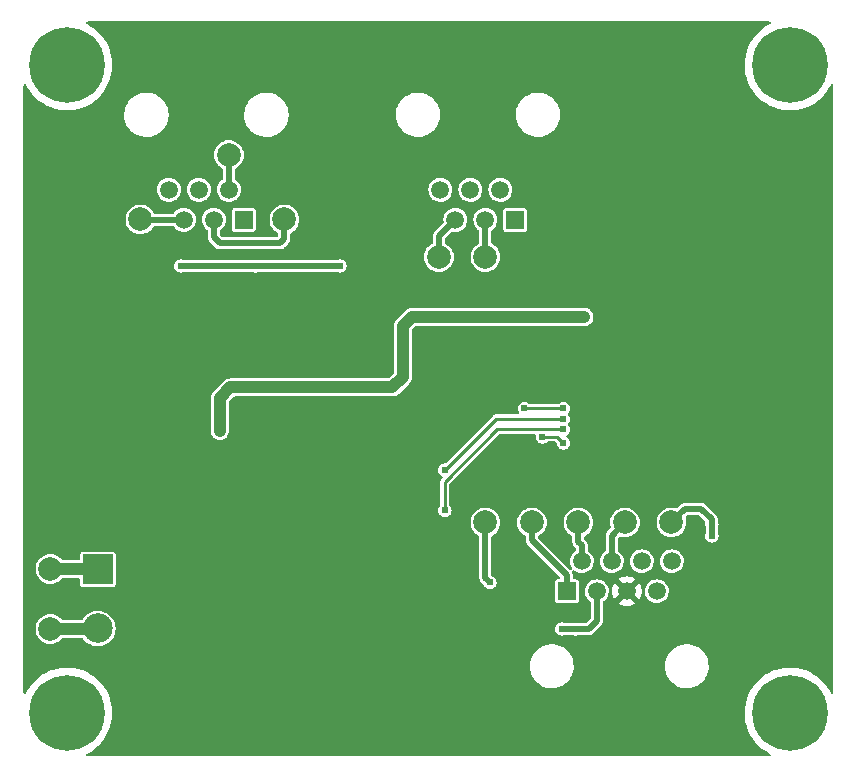
<source format=gbl>
G04 #@! TF.GenerationSoftware,KiCad,Pcbnew,6.0.2+dfsg-1*
G04 #@! TF.CreationDate,2024-06-30T21:39:07-06:00*
G04 #@! TF.ProjectId,mss-atlasadapter,6d73732d-6174-46c6-9173-616461707465,rev?*
G04 #@! TF.SameCoordinates,Original*
G04 #@! TF.FileFunction,Copper,L2,Bot*
G04 #@! TF.FilePolarity,Positive*
%FSLAX46Y46*%
G04 Gerber Fmt 4.6, Leading zero omitted, Abs format (unit mm)*
G04 Created by KiCad (PCBNEW 6.0.2+dfsg-1) date 2024-06-30 21:39:07*
%MOMM*%
%LPD*%
G01*
G04 APERTURE LIST*
G04 #@! TA.AperFunction,ComponentPad*
%ADD10R,2.500000X2.500000*%
G04 #@! TD*
G04 #@! TA.AperFunction,ComponentPad*
%ADD11C,2.500000*%
G04 #@! TD*
G04 #@! TA.AperFunction,ComponentPad*
%ADD12C,6.400000*%
G04 #@! TD*
G04 #@! TA.AperFunction,ComponentPad*
%ADD13R,1.520000X1.520000*%
G04 #@! TD*
G04 #@! TA.AperFunction,ComponentPad*
%ADD14C,1.520000*%
G04 #@! TD*
G04 #@! TA.AperFunction,ComponentPad*
%ADD15R,1.500000X1.500000*%
G04 #@! TD*
G04 #@! TA.AperFunction,ComponentPad*
%ADD16C,1.500000*%
G04 #@! TD*
G04 #@! TA.AperFunction,SMDPad,CuDef*
%ADD17C,2.000000*%
G04 #@! TD*
G04 #@! TA.AperFunction,ViaPad*
%ADD18C,0.609600*%
G04 #@! TD*
G04 #@! TA.AperFunction,Conductor*
%ADD19C,1.016000*%
G04 #@! TD*
G04 #@! TA.AperFunction,Conductor*
%ADD20C,0.508000*%
G04 #@! TD*
G04 #@! TA.AperFunction,Conductor*
%ADD21C,0.254000*%
G04 #@! TD*
G04 APERTURE END LIST*
D10*
X32339000Y-175300000D03*
D11*
X32339000Y-180300000D03*
D12*
X90932000Y-187452000D03*
D13*
X44699000Y-145692000D03*
D14*
X43429000Y-143152000D03*
X42159000Y-145692000D03*
X40889000Y-143152000D03*
X39619000Y-145692000D03*
X38349000Y-143152000D03*
D12*
X90932000Y-132588000D03*
D15*
X72044500Y-177145000D03*
D16*
X73314500Y-174605000D03*
X74584500Y-177145000D03*
X75854500Y-174605000D03*
X77124500Y-177145000D03*
X78394500Y-174605000D03*
X79664500Y-177145000D03*
X80934500Y-174605000D03*
D12*
X29718000Y-187452000D03*
X29718000Y-132588000D03*
D13*
X67686000Y-145692000D03*
D14*
X66416000Y-143152000D03*
X65146000Y-145692000D03*
X63876000Y-143152000D03*
X62606000Y-145692000D03*
X61336000Y-143152000D03*
D17*
X69088000Y-171323000D03*
X28321000Y-180340000D03*
X65151000Y-148844000D03*
X61214000Y-148844000D03*
X65151000Y-171323000D03*
X48133000Y-145669000D03*
X43434000Y-140208000D03*
X28321000Y-175260000D03*
X35941000Y-145669000D03*
X73025000Y-171323000D03*
X80899000Y-171323000D03*
X76962000Y-171323000D03*
D18*
X57277000Y-161798000D03*
X40894000Y-187325000D03*
X84709000Y-156210000D03*
X64008000Y-179324000D03*
X41783000Y-189484000D03*
X57785000Y-166751000D03*
X73533000Y-155829000D03*
X43180000Y-173609000D03*
X40894000Y-188214000D03*
X60833000Y-156464000D03*
X71247000Y-168656000D03*
X52705000Y-183134000D03*
X54483000Y-161798000D03*
X55753000Y-188214000D03*
X70739000Y-155829000D03*
X49022000Y-153797000D03*
X39370000Y-173609000D03*
X44577000Y-162433000D03*
X50673000Y-183134000D03*
X78486000Y-168656000D03*
X44704000Y-187325000D03*
X44577000Y-161544000D03*
X44704000Y-188214000D03*
X64008000Y-182118000D03*
X57785000Y-169037000D03*
X36322000Y-153797000D03*
X72263000Y-168656000D03*
X56769000Y-188214000D03*
X44704000Y-186436000D03*
X34544000Y-163322000D03*
X57785000Y-175006000D03*
X47244000Y-188214000D03*
X42672000Y-153797000D03*
X43815000Y-189484000D03*
X43180000Y-175387000D03*
X35306000Y-153797000D03*
X57785000Y-173228000D03*
X39370000Y-175387000D03*
X40894000Y-186436000D03*
X48006000Y-153797000D03*
X42799000Y-189484000D03*
X79502000Y-168656000D03*
X41656000Y-153797000D03*
X48260000Y-188214000D03*
X60833000Y-155575000D03*
X43180000Y-174498000D03*
X57785000Y-164973000D03*
X84709000Y-143002000D03*
X39370000Y-174498000D03*
X51689000Y-183134000D03*
X57785000Y-170815000D03*
X73533000Y-153924000D03*
X42672000Y-163576000D03*
X52832000Y-149606000D03*
X54483000Y-159893000D03*
X70739000Y-153924000D03*
X42672000Y-161798000D03*
X57277000Y-159893000D03*
X42672000Y-162687000D03*
X39370000Y-149606000D03*
X45677750Y-149606000D03*
X71755000Y-164592000D03*
X69977000Y-164084000D03*
X71755000Y-162560000D03*
X61722000Y-166878000D03*
X61722000Y-170307000D03*
X71755000Y-163449000D03*
X71755000Y-161671000D03*
X68453000Y-161671000D03*
X65532000Y-176403000D03*
X71628000Y-180340000D03*
X72771000Y-180340000D03*
X84328000Y-172466000D03*
X84328000Y-171450000D03*
D19*
X56515000Y-159893000D02*
X57277000Y-159893000D01*
X54483000Y-159893000D02*
X56515000Y-159893000D01*
X42672000Y-161798000D02*
X42672000Y-160782000D01*
D20*
X52832000Y-149606000D02*
X39370000Y-149606000D01*
D19*
X58928000Y-153924000D02*
X73533000Y-153924000D01*
X42672000Y-160782000D02*
X43561000Y-159893000D01*
X58166000Y-159004000D02*
X58166000Y-154686000D01*
X58166000Y-154686000D02*
X58928000Y-153924000D01*
X43561000Y-159893000D02*
X54483000Y-159893000D01*
X57277000Y-159893000D02*
X58166000Y-159004000D01*
X42672000Y-163576000D02*
X42672000Y-161798000D01*
X32299000Y-175260000D02*
X32339000Y-175300000D01*
X28321000Y-175260000D02*
X32299000Y-175260000D01*
X28321000Y-180340000D02*
X32299000Y-180340000D01*
X32299000Y-180340000D02*
X32339000Y-180300000D01*
D21*
X71247000Y-164084000D02*
X71755000Y-164592000D01*
X69977000Y-164084000D02*
X71247000Y-164084000D01*
D20*
X65146000Y-145692000D02*
X65146000Y-148839000D01*
X65146000Y-148839000D02*
X65151000Y-148844000D01*
X61214000Y-148844000D02*
X61214000Y-147084000D01*
X61214000Y-147084000D02*
X62606000Y-145692000D01*
X43429000Y-140213000D02*
X43434000Y-140208000D01*
X43429000Y-143152000D02*
X43429000Y-140213000D01*
X47752000Y-147701000D02*
X42672000Y-147701000D01*
X42672000Y-147701000D02*
X42159000Y-147188000D01*
X42159000Y-145692000D02*
X42159000Y-147188000D01*
X48133000Y-145669000D02*
X48133000Y-147320000D01*
X48133000Y-147320000D02*
X47752000Y-147701000D01*
X39619000Y-145692000D02*
X35964000Y-145692000D01*
X35964000Y-145692000D02*
X35941000Y-145669000D01*
X69088000Y-171323000D02*
X69088000Y-172847000D01*
X72044500Y-175803500D02*
X72044500Y-177145000D01*
X69088000Y-172847000D02*
X72044500Y-175803500D01*
X73025000Y-172974000D02*
X73314500Y-173263500D01*
X73314500Y-173263500D02*
X73314500Y-174605000D01*
X73025000Y-171323000D02*
X73025000Y-172974000D01*
X75854500Y-174605000D02*
X75854500Y-172430500D01*
X75854500Y-172430500D02*
X76962000Y-171323000D01*
D21*
X66040000Y-162560000D02*
X71755000Y-162560000D01*
X61722000Y-166878000D02*
X66040000Y-162560000D01*
X66167000Y-163449000D02*
X61722000Y-167894000D01*
X71755000Y-163449000D02*
X66167000Y-163449000D01*
X61722000Y-167894000D02*
X61722000Y-170307000D01*
X68453000Y-161671000D02*
X71755000Y-161671000D01*
D20*
X65151000Y-171323000D02*
X65151000Y-176022000D01*
X65151000Y-176022000D02*
X65532000Y-176403000D01*
X84328000Y-171069000D02*
X83439000Y-170180000D01*
X71628000Y-180340000D02*
X72771000Y-180340000D01*
X73914000Y-180340000D02*
X74584500Y-179669500D01*
X72771000Y-180340000D02*
X73914000Y-180340000D01*
X84328000Y-172466000D02*
X84328000Y-171450000D01*
X82042000Y-170180000D02*
X80899000Y-171323000D01*
X84328000Y-171450000D02*
X84328000Y-171069000D01*
X83439000Y-170180000D02*
X82042000Y-170180000D01*
X74584500Y-179669500D02*
X74584500Y-177145000D01*
G04 #@! TA.AperFunction,Conductor*
G36*
X89246521Y-128925002D02*
G01*
X89293014Y-128978658D01*
X89303118Y-129048932D01*
X89273624Y-129113512D01*
X89239293Y-129141309D01*
X88911060Y-129322503D01*
X88911052Y-129322508D01*
X88908264Y-129324047D01*
X88588781Y-129545268D01*
X88293289Y-129797642D01*
X88024814Y-130078585D01*
X87786105Y-130385220D01*
X87784409Y-130387924D01*
X87784406Y-130387928D01*
X87655575Y-130593303D01*
X87579605Y-130714410D01*
X87407429Y-131062782D01*
X87271339Y-131426770D01*
X87270531Y-131429849D01*
X87270529Y-131429856D01*
X87173537Y-131799567D01*
X87172729Y-131802647D01*
X87112609Y-132186566D01*
X87091594Y-132574594D01*
X87091744Y-132577775D01*
X87093571Y-132616505D01*
X87109900Y-132962760D01*
X87110371Y-132965913D01*
X87110372Y-132965921D01*
X87136787Y-133142664D01*
X87167338Y-133347089D01*
X87263321Y-133723646D01*
X87396866Y-134088575D01*
X87566606Y-134438141D01*
X87770803Y-134768764D01*
X87772744Y-134771294D01*
X87772745Y-134771295D01*
X87994624Y-135060452D01*
X88007366Y-135077058D01*
X88273873Y-135359869D01*
X88276278Y-135361952D01*
X88276284Y-135361958D01*
X88313091Y-135393841D01*
X88567596Y-135614299D01*
X88885526Y-135837745D01*
X89224410Y-136027917D01*
X89227324Y-136029184D01*
X89227328Y-136029186D01*
X89265101Y-136045610D01*
X89580777Y-136182870D01*
X89757208Y-136239176D01*
X89947935Y-136300046D01*
X89947944Y-136300048D01*
X89950979Y-136301017D01*
X89989763Y-136309190D01*
X90328106Y-136380490D01*
X90328111Y-136380491D01*
X90331225Y-136381147D01*
X90717621Y-136422441D01*
X90720809Y-136422458D01*
X90720814Y-136422458D01*
X90897023Y-136423381D01*
X91106213Y-136424476D01*
X91299617Y-136405853D01*
X91489856Y-136387535D01*
X91489861Y-136387534D01*
X91493021Y-136387230D01*
X91496141Y-136386607D01*
X91496145Y-136386606D01*
X91870958Y-136311711D01*
X91870957Y-136311711D01*
X91874086Y-136311086D01*
X92174886Y-136218548D01*
X92242462Y-136197759D01*
X92242465Y-136197758D01*
X92245504Y-136196823D01*
X92248432Y-136195586D01*
X92248438Y-136195584D01*
X92600530Y-136046854D01*
X92600537Y-136046851D01*
X92603474Y-136045610D01*
X92944331Y-135858997D01*
X93264584Y-135638893D01*
X93406596Y-135518458D01*
X93558525Y-135389613D01*
X93558527Y-135389611D01*
X93560955Y-135387552D01*
X93563160Y-135385260D01*
X93563166Y-135385255D01*
X93828194Y-135109850D01*
X93828196Y-135109847D01*
X93830409Y-135107548D01*
X93934438Y-134974875D01*
X94068213Y-134804265D01*
X94068216Y-134804260D01*
X94070187Y-134801747D01*
X94277835Y-134473281D01*
X94279255Y-134470433D01*
X94279260Y-134470424D01*
X94376238Y-134275915D01*
X94424534Y-134223876D01*
X94493297Y-134206209D01*
X94560696Y-134228523D01*
X94605332Y-134283733D01*
X94615000Y-134332136D01*
X94615000Y-185708063D01*
X94594998Y-185776184D01*
X94541342Y-185822677D01*
X94471068Y-185832781D01*
X94406488Y-185803287D01*
X94375849Y-185763495D01*
X94292326Y-185593003D01*
X94292325Y-185593001D01*
X94290915Y-185590123D01*
X94085565Y-185260215D01*
X93959842Y-185097548D01*
X93849880Y-184955273D01*
X93849875Y-184955268D01*
X93847928Y-184952748D01*
X93786156Y-184887654D01*
X93582634Y-184673186D01*
X93582631Y-184673184D01*
X93580435Y-184670869D01*
X93567298Y-184659569D01*
X93288241Y-184419543D01*
X93288238Y-184419541D01*
X93285826Y-184417466D01*
X93283218Y-184415646D01*
X93283212Y-184415642D01*
X92969730Y-184196954D01*
X92967117Y-184195131D01*
X92627572Y-184006143D01*
X92624652Y-184004885D01*
X92624647Y-184004883D01*
X92273600Y-183853698D01*
X92273590Y-183853694D01*
X92270666Y-183852435D01*
X91900054Y-183735582D01*
X91629188Y-183679488D01*
X91522656Y-183657426D01*
X91522653Y-183657426D01*
X91519531Y-183656779D01*
X91222323Y-183626065D01*
X91136149Y-183617160D01*
X91136146Y-183617160D01*
X91132993Y-183616834D01*
X91129827Y-183616828D01*
X91129818Y-183616828D01*
X90937969Y-183616494D01*
X90744396Y-183616156D01*
X90590545Y-183631512D01*
X90360893Y-183654434D01*
X90360887Y-183654435D01*
X90357720Y-183654751D01*
X90159934Y-183694991D01*
X89980049Y-183731589D01*
X89980045Y-183731590D01*
X89976924Y-183732225D01*
X89973882Y-183733172D01*
X89973876Y-183733174D01*
X89820432Y-183780967D01*
X89605907Y-183847784D01*
X89602979Y-183849033D01*
X89251397Y-183998995D01*
X89251393Y-183998997D01*
X89248467Y-184000245D01*
X89245688Y-184001779D01*
X89245682Y-184001782D01*
X89120749Y-184070749D01*
X88908264Y-184188047D01*
X88588781Y-184409268D01*
X88293289Y-184661642D01*
X88291089Y-184663944D01*
X88291086Y-184663947D01*
X88200830Y-184758395D01*
X88024814Y-184942585D01*
X88022857Y-184945099D01*
X88022856Y-184945100D01*
X87814024Y-185213357D01*
X87786105Y-185249220D01*
X87784409Y-185251924D01*
X87784406Y-185251928D01*
X87655575Y-185457303D01*
X87579605Y-185578410D01*
X87407429Y-185926782D01*
X87271339Y-186290770D01*
X87270531Y-186293849D01*
X87270529Y-186293856D01*
X87173537Y-186663567D01*
X87172729Y-186666647D01*
X87112609Y-187050566D01*
X87091594Y-187438594D01*
X87091744Y-187441775D01*
X87093571Y-187480505D01*
X87109900Y-187826760D01*
X87110371Y-187829913D01*
X87110372Y-187829921D01*
X87136787Y-188006664D01*
X87167338Y-188211089D01*
X87263321Y-188587646D01*
X87396866Y-188952575D01*
X87566606Y-189302141D01*
X87770803Y-189632764D01*
X88007366Y-189941058D01*
X88273873Y-190223869D01*
X88276278Y-190225952D01*
X88276284Y-190225958D01*
X88565189Y-190476214D01*
X88567596Y-190478299D01*
X88885526Y-190701745D01*
X89224410Y-190891917D01*
X89227324Y-190893184D01*
X89227338Y-190893191D01*
X89227932Y-190893449D01*
X89228040Y-190893539D01*
X89230193Y-190894608D01*
X89229937Y-190895123D01*
X89282429Y-190938953D01*
X89303673Y-191006697D01*
X89284920Y-191075172D01*
X89232123Y-191122638D01*
X89177694Y-191135000D01*
X31470313Y-191135000D01*
X31402192Y-191114998D01*
X31355699Y-191061342D01*
X31345595Y-190991068D01*
X31375089Y-190926488D01*
X31409805Y-190898479D01*
X31424635Y-190890360D01*
X31730331Y-190722997D01*
X32050584Y-190502893D01*
X32346955Y-190251552D01*
X32349160Y-190249260D01*
X32349166Y-190249255D01*
X32614194Y-189973850D01*
X32614196Y-189973847D01*
X32616409Y-189971548D01*
X32856187Y-189665747D01*
X33063835Y-189337281D01*
X33065255Y-189334433D01*
X33065260Y-189334424D01*
X33235806Y-188992360D01*
X33237226Y-188989512D01*
X33374585Y-188626001D01*
X33384791Y-188587646D01*
X33473685Y-188253555D01*
X33474506Y-188250470D01*
X33535966Y-187866764D01*
X33538091Y-187829921D01*
X33558237Y-187480505D01*
X33558335Y-187478811D01*
X33558429Y-187452000D01*
X33538769Y-187063900D01*
X33479989Y-186679775D01*
X33382692Y-186303555D01*
X33381587Y-186300567D01*
X33248983Y-185942091D01*
X33248980Y-185942085D01*
X33247874Y-185939094D01*
X33076915Y-185590123D01*
X32871565Y-185260215D01*
X32745842Y-185097548D01*
X32635880Y-184955273D01*
X32635875Y-184955268D01*
X32633928Y-184952748D01*
X32572156Y-184887654D01*
X32368634Y-184673186D01*
X32368631Y-184673184D01*
X32366435Y-184670869D01*
X32353298Y-184659569D01*
X32074241Y-184419543D01*
X32074238Y-184419541D01*
X32071826Y-184417466D01*
X32069218Y-184415646D01*
X32069212Y-184415642D01*
X31755730Y-184196954D01*
X31753117Y-184195131D01*
X31413572Y-184006143D01*
X31410652Y-184004885D01*
X31410647Y-184004883D01*
X31059600Y-183853698D01*
X31059590Y-183853694D01*
X31056666Y-183852435D01*
X30686054Y-183735582D01*
X30415188Y-183679488D01*
X30308656Y-183657426D01*
X30308653Y-183657426D01*
X30305531Y-183656779D01*
X30008323Y-183626065D01*
X29922149Y-183617160D01*
X29922146Y-183617160D01*
X29918993Y-183616834D01*
X29915827Y-183616828D01*
X29915818Y-183616828D01*
X29723969Y-183616494D01*
X29530396Y-183616156D01*
X29376545Y-183631512D01*
X29146893Y-183654434D01*
X29146887Y-183654435D01*
X29143720Y-183654751D01*
X28945934Y-183694991D01*
X28766049Y-183731589D01*
X28766045Y-183731590D01*
X28762924Y-183732225D01*
X28759882Y-183733172D01*
X28759876Y-183733174D01*
X28606432Y-183780967D01*
X28391907Y-183847784D01*
X28388979Y-183849033D01*
X28037397Y-183998995D01*
X28037393Y-183998997D01*
X28034467Y-184000245D01*
X28031688Y-184001779D01*
X28031682Y-184001782D01*
X27906749Y-184070749D01*
X27694264Y-184188047D01*
X27374781Y-184409268D01*
X27079289Y-184661642D01*
X27077089Y-184663944D01*
X27077086Y-184663947D01*
X26986830Y-184758395D01*
X26810814Y-184942585D01*
X26808857Y-184945099D01*
X26808856Y-184945100D01*
X26600024Y-185213357D01*
X26572105Y-185249220D01*
X26570409Y-185251924D01*
X26570406Y-185251928D01*
X26441575Y-185457303D01*
X26365605Y-185578410D01*
X26277426Y-185756828D01*
X26273957Y-185763846D01*
X26225843Y-185816053D01*
X26157142Y-185833960D01*
X26089666Y-185811882D01*
X26044838Y-185756828D01*
X26035000Y-185708019D01*
X26035000Y-183537186D01*
X68915518Y-183537186D01*
X68941079Y-183805100D01*
X68942164Y-183809534D01*
X68942165Y-183809540D01*
X68984165Y-183981180D01*
X69005047Y-184066518D01*
X69106083Y-184315963D01*
X69242069Y-184548210D01*
X69410158Y-184758395D01*
X69606827Y-184942113D01*
X69827957Y-185095516D01*
X70068916Y-185215391D01*
X70073250Y-185216812D01*
X70073253Y-185216813D01*
X70320323Y-185297807D01*
X70320329Y-185297808D01*
X70324656Y-185299227D01*
X70329147Y-185300007D01*
X70329148Y-185300007D01*
X70586038Y-185344611D01*
X70586046Y-185344612D01*
X70589819Y-185345267D01*
X70593656Y-185345458D01*
X70673277Y-185349422D01*
X70673285Y-185349422D01*
X70674848Y-185349500D01*
X70842874Y-185349500D01*
X70845142Y-185349335D01*
X70845154Y-185349335D01*
X70975957Y-185339844D01*
X71042925Y-185334985D01*
X71047380Y-185334001D01*
X71047383Y-185334001D01*
X71301270Y-185277947D01*
X71301272Y-185277946D01*
X71305726Y-185276963D01*
X71557400Y-185181613D01*
X71792672Y-185050931D01*
X71918014Y-184955273D01*
X72002991Y-184890421D01*
X72002995Y-184890417D01*
X72006616Y-184887654D01*
X72194749Y-184695203D01*
X72301742Y-184548210D01*
X72350442Y-184481304D01*
X72350447Y-184481297D01*
X72353130Y-184477610D01*
X72478441Y-184239433D01*
X72568057Y-183985662D01*
X72595419Y-183846837D01*
X72619220Y-183726083D01*
X72619221Y-183726077D01*
X72620101Y-183721611D01*
X72623296Y-183657426D01*
X72629282Y-183537186D01*
X80345518Y-183537186D01*
X80371079Y-183805100D01*
X80372164Y-183809534D01*
X80372165Y-183809540D01*
X80414165Y-183981180D01*
X80435047Y-184066518D01*
X80536083Y-184315963D01*
X80672069Y-184548210D01*
X80840158Y-184758395D01*
X81036827Y-184942113D01*
X81257957Y-185095516D01*
X81498916Y-185215391D01*
X81503250Y-185216812D01*
X81503253Y-185216813D01*
X81750323Y-185297807D01*
X81750329Y-185297808D01*
X81754656Y-185299227D01*
X81759147Y-185300007D01*
X81759148Y-185300007D01*
X82016038Y-185344611D01*
X82016046Y-185344612D01*
X82019819Y-185345267D01*
X82023656Y-185345458D01*
X82103277Y-185349422D01*
X82103285Y-185349422D01*
X82104848Y-185349500D01*
X82272874Y-185349500D01*
X82275142Y-185349335D01*
X82275154Y-185349335D01*
X82405957Y-185339844D01*
X82472925Y-185334985D01*
X82477380Y-185334001D01*
X82477383Y-185334001D01*
X82731270Y-185277947D01*
X82731272Y-185277946D01*
X82735726Y-185276963D01*
X82987400Y-185181613D01*
X83222672Y-185050931D01*
X83348014Y-184955273D01*
X83432991Y-184890421D01*
X83432995Y-184890417D01*
X83436616Y-184887654D01*
X83624749Y-184695203D01*
X83731742Y-184548210D01*
X83780442Y-184481304D01*
X83780447Y-184481297D01*
X83783130Y-184477610D01*
X83908441Y-184239433D01*
X83998057Y-183985662D01*
X84025419Y-183846837D01*
X84049220Y-183726083D01*
X84049221Y-183726077D01*
X84050101Y-183721611D01*
X84053296Y-183657426D01*
X84063255Y-183457383D01*
X84063255Y-183457377D01*
X84063482Y-183452814D01*
X84037921Y-183184900D01*
X83973953Y-182923482D01*
X83872917Y-182674037D01*
X83736931Y-182441790D01*
X83568842Y-182231605D01*
X83372173Y-182047887D01*
X83151043Y-181894484D01*
X82910084Y-181774609D01*
X82905750Y-181773188D01*
X82905747Y-181773187D01*
X82658677Y-181692193D01*
X82658671Y-181692192D01*
X82654344Y-181690773D01*
X82649852Y-181689993D01*
X82392962Y-181645389D01*
X82392954Y-181645388D01*
X82389181Y-181644733D01*
X82379218Y-181644237D01*
X82305723Y-181640578D01*
X82305715Y-181640578D01*
X82304152Y-181640500D01*
X82136126Y-181640500D01*
X82133858Y-181640665D01*
X82133846Y-181640665D01*
X82003043Y-181650156D01*
X81936075Y-181655015D01*
X81931620Y-181655999D01*
X81931617Y-181655999D01*
X81677730Y-181712053D01*
X81677728Y-181712054D01*
X81673274Y-181713037D01*
X81421600Y-181808387D01*
X81186328Y-181939069D01*
X81182696Y-181941841D01*
X80976009Y-182099579D01*
X80976005Y-182099583D01*
X80972384Y-182102346D01*
X80784251Y-182294797D01*
X80781566Y-182298486D01*
X80628558Y-182508696D01*
X80628553Y-182508703D01*
X80625870Y-182512390D01*
X80500559Y-182750567D01*
X80410943Y-183004338D01*
X80410060Y-183008820D01*
X80375355Y-183184900D01*
X80358899Y-183268389D01*
X80358672Y-183272942D01*
X80358672Y-183272945D01*
X80349491Y-183457383D01*
X80345518Y-183537186D01*
X72629282Y-183537186D01*
X72633255Y-183457383D01*
X72633255Y-183457377D01*
X72633482Y-183452814D01*
X72607921Y-183184900D01*
X72543953Y-182923482D01*
X72442917Y-182674037D01*
X72306931Y-182441790D01*
X72138842Y-182231605D01*
X71942173Y-182047887D01*
X71721043Y-181894484D01*
X71480084Y-181774609D01*
X71475750Y-181773188D01*
X71475747Y-181773187D01*
X71228677Y-181692193D01*
X71228671Y-181692192D01*
X71224344Y-181690773D01*
X71219852Y-181689993D01*
X70962962Y-181645389D01*
X70962954Y-181645388D01*
X70959181Y-181644733D01*
X70949218Y-181644237D01*
X70875723Y-181640578D01*
X70875715Y-181640578D01*
X70874152Y-181640500D01*
X70706126Y-181640500D01*
X70703858Y-181640665D01*
X70703846Y-181640665D01*
X70573043Y-181650156D01*
X70506075Y-181655015D01*
X70501620Y-181655999D01*
X70501617Y-181655999D01*
X70247730Y-181712053D01*
X70247728Y-181712054D01*
X70243274Y-181713037D01*
X69991600Y-181808387D01*
X69756328Y-181939069D01*
X69752696Y-181941841D01*
X69546009Y-182099579D01*
X69546005Y-182099583D01*
X69542384Y-182102346D01*
X69354251Y-182294797D01*
X69351566Y-182298486D01*
X69198558Y-182508696D01*
X69198553Y-182508703D01*
X69195870Y-182512390D01*
X69070559Y-182750567D01*
X68980943Y-183004338D01*
X68980060Y-183008820D01*
X68945355Y-183184900D01*
X68928899Y-183268389D01*
X68928672Y-183272942D01*
X68928672Y-183272945D01*
X68919491Y-183457383D01*
X68915518Y-183537186D01*
X26035000Y-183537186D01*
X26035000Y-180340000D01*
X27061708Y-180340000D01*
X27080839Y-180558674D01*
X27137653Y-180770703D01*
X27166099Y-180831705D01*
X27228095Y-180964659D01*
X27228098Y-180964664D01*
X27230421Y-180969646D01*
X27233577Y-180974153D01*
X27233578Y-180974155D01*
X27244226Y-180989361D01*
X27356326Y-181149457D01*
X27511543Y-181304674D01*
X27516051Y-181307831D01*
X27516054Y-181307833D01*
X27686845Y-181427422D01*
X27691354Y-181430579D01*
X27696336Y-181432902D01*
X27696341Y-181432905D01*
X27797116Y-181479896D01*
X27890297Y-181523347D01*
X28102326Y-181580161D01*
X28321000Y-181599292D01*
X28539674Y-181580161D01*
X28751703Y-181523347D01*
X28844884Y-181479896D01*
X28945659Y-181432905D01*
X28945664Y-181432902D01*
X28950646Y-181430579D01*
X28955155Y-181427422D01*
X29125946Y-181307833D01*
X29125949Y-181307831D01*
X29130457Y-181304674D01*
X29285674Y-181149457D01*
X29287349Y-181147064D01*
X29345795Y-181108182D01*
X29383204Y-181102500D01*
X30995690Y-181102500D01*
X31063811Y-181122502D01*
X31103122Y-181162665D01*
X31115481Y-181182833D01*
X31115485Y-181182838D01*
X31118070Y-181187057D01*
X31271868Y-181367132D01*
X31451943Y-181520930D01*
X31653859Y-181644664D01*
X31658429Y-181646557D01*
X31658433Y-181646559D01*
X31868073Y-181733395D01*
X31868075Y-181733396D01*
X31872646Y-181735289D01*
X31952499Y-181754460D01*
X32098104Y-181789417D01*
X32098110Y-181789418D01*
X32102917Y-181790572D01*
X32339000Y-181809152D01*
X32575083Y-181790572D01*
X32579890Y-181789418D01*
X32579896Y-181789417D01*
X32725501Y-181754460D01*
X32805354Y-181735289D01*
X32809925Y-181733396D01*
X32809927Y-181733395D01*
X33019567Y-181646559D01*
X33019571Y-181646557D01*
X33024141Y-181644664D01*
X33226057Y-181520930D01*
X33406132Y-181367132D01*
X33559930Y-181187057D01*
X33683664Y-180985141D01*
X33690083Y-180969646D01*
X33772395Y-180770927D01*
X33772396Y-180770925D01*
X33774289Y-180766354D01*
X33822874Y-180563984D01*
X33828417Y-180540896D01*
X33828418Y-180540890D01*
X33829572Y-180536083D01*
X33845004Y-180340000D01*
X71063874Y-180340000D01*
X71083096Y-180486007D01*
X71139453Y-180622063D01*
X71229103Y-180738897D01*
X71345937Y-180828547D01*
X71481993Y-180884904D01*
X71490177Y-180885981D01*
X71490179Y-180885982D01*
X71619812Y-180903048D01*
X71628000Y-180904126D01*
X71636188Y-180903048D01*
X71765821Y-180885982D01*
X71765823Y-180885981D01*
X71774007Y-180884904D01*
X71781636Y-180881744D01*
X71838740Y-180858091D01*
X71886958Y-180848500D01*
X72512042Y-180848500D01*
X72560260Y-180858091D01*
X72617364Y-180881744D01*
X72624993Y-180884904D01*
X72633177Y-180885981D01*
X72633179Y-180885982D01*
X72762812Y-180903048D01*
X72771000Y-180904126D01*
X72779188Y-180903048D01*
X72908821Y-180885982D01*
X72908823Y-180885981D01*
X72917007Y-180884904D01*
X72924636Y-180881744D01*
X72981740Y-180858091D01*
X73029958Y-180848500D01*
X73842928Y-180848500D01*
X73855058Y-180849855D01*
X73855097Y-180849373D01*
X73864044Y-180850093D01*
X73872800Y-180852074D01*
X73926508Y-180848742D01*
X73934310Y-180848500D01*
X73950513Y-180848500D01*
X73959429Y-180847223D01*
X73960878Y-180847016D01*
X73970928Y-180845987D01*
X74009216Y-180843611D01*
X74018177Y-180843055D01*
X74026623Y-180840006D01*
X74029514Y-180839407D01*
X74046480Y-180835178D01*
X74049305Y-180834352D01*
X74058187Y-180833080D01*
X74101298Y-180813478D01*
X74110649Y-180809672D01*
X74146735Y-180796645D01*
X74155181Y-180793596D01*
X74162429Y-180788301D01*
X74165027Y-180786920D01*
X74180145Y-180778085D01*
X74182614Y-180776506D01*
X74190782Y-180772792D01*
X74226653Y-180741884D01*
X74234569Y-180735599D01*
X74241615Y-180730452D01*
X74241620Y-180730447D01*
X74245552Y-180727575D01*
X74256527Y-180716600D01*
X74263375Y-180710242D01*
X74294323Y-180683576D01*
X74294324Y-180683575D01*
X74301127Y-180677713D01*
X74306011Y-180670178D01*
X74311458Y-180663934D01*
X74321058Y-180652069D01*
X74893804Y-180079323D01*
X74903344Y-180071700D01*
X74903030Y-180071332D01*
X74909866Y-180065514D01*
X74917458Y-180060724D01*
X74953093Y-180020375D01*
X74958439Y-180014688D01*
X74969882Y-180003245D01*
X74976159Y-179994870D01*
X74982533Y-179987041D01*
X75013878Y-179951549D01*
X75017692Y-179943426D01*
X75019326Y-179940938D01*
X75028314Y-179925977D01*
X75029730Y-179923391D01*
X75035116Y-179916205D01*
X75051744Y-179871850D01*
X75055664Y-179862548D01*
X75075781Y-179819700D01*
X75077162Y-179810834D01*
X75078018Y-179808033D01*
X75082462Y-179791096D01*
X75083095Y-179788216D01*
X75086244Y-179779816D01*
X75089752Y-179732611D01*
X75090906Y-179722563D01*
X75092250Y-179713929D01*
X75093000Y-179709114D01*
X75093000Y-179693577D01*
X75093347Y-179684239D01*
X75096374Y-179643510D01*
X75096374Y-179643509D01*
X75097039Y-179634559D01*
X75095166Y-179625784D01*
X75094603Y-179617527D01*
X75093000Y-179602338D01*
X75093000Y-178195161D01*
X76438893Y-178195161D01*
X76448187Y-178207175D01*
X76488588Y-178235464D01*
X76498084Y-178240947D01*
X76687613Y-178329326D01*
X76697905Y-178333072D01*
X76899901Y-178387196D01*
X76910696Y-178389099D01*
X77119025Y-178407326D01*
X77129975Y-178407326D01*
X77338304Y-178389099D01*
X77349099Y-178387196D01*
X77551095Y-178333072D01*
X77561387Y-178329326D01*
X77750916Y-178240947D01*
X77760412Y-178235464D01*
X77801648Y-178206590D01*
X77810023Y-178196112D01*
X77802957Y-178182668D01*
X77137311Y-177517021D01*
X77123368Y-177509408D01*
X77121534Y-177509539D01*
X77114920Y-177513790D01*
X76445320Y-178183391D01*
X76438893Y-178195161D01*
X75093000Y-178195161D01*
X75093000Y-178083954D01*
X75113002Y-178015833D01*
X75141426Y-177984665D01*
X75175730Y-177957863D01*
X75280574Y-177875950D01*
X75284600Y-177871286D01*
X75284603Y-177871283D01*
X75405264Y-177731496D01*
X75405265Y-177731494D01*
X75409293Y-177726828D01*
X75506596Y-177555544D01*
X75568777Y-177368622D01*
X75593466Y-177173183D01*
X75593726Y-177154580D01*
X75593784Y-177150475D01*
X75862174Y-177150475D01*
X75880401Y-177358804D01*
X75882304Y-177369599D01*
X75936428Y-177571595D01*
X75940174Y-177581887D01*
X76028554Y-177771417D01*
X76034034Y-177780907D01*
X76062911Y-177822149D01*
X76073387Y-177830523D01*
X76086834Y-177823455D01*
X76752479Y-177157811D01*
X76758856Y-177146132D01*
X77488908Y-177146132D01*
X77489039Y-177147966D01*
X77493290Y-177154580D01*
X78162891Y-177824180D01*
X78174661Y-177830607D01*
X78186676Y-177821311D01*
X78214966Y-177780907D01*
X78220446Y-177771417D01*
X78308826Y-177581887D01*
X78312572Y-177571595D01*
X78366696Y-177369599D01*
X78368599Y-177358804D01*
X78386826Y-177150475D01*
X78386826Y-177139525D01*
X78386072Y-177130907D01*
X78655238Y-177130907D01*
X78671722Y-177327209D01*
X78698872Y-177421890D01*
X78724005Y-177509539D01*
X78726021Y-177516570D01*
X78816066Y-177691779D01*
X78819889Y-177696603D01*
X78819892Y-177696607D01*
X78847545Y-177731496D01*
X78938427Y-177846160D01*
X78943120Y-177850154D01*
X78943121Y-177850155D01*
X79032398Y-177926135D01*
X79088445Y-177973835D01*
X79093823Y-177976841D01*
X79093825Y-177976842D01*
X79159539Y-178013568D01*
X79260404Y-178069940D01*
X79447755Y-178130814D01*
X79643362Y-178154139D01*
X79649497Y-178153667D01*
X79649499Y-178153667D01*
X79709301Y-178149065D01*
X79839774Y-178139026D01*
X80029509Y-178086050D01*
X80035013Y-178083270D01*
X80199841Y-178000010D01*
X80199843Y-178000009D01*
X80205342Y-177997231D01*
X80360574Y-177875950D01*
X80364600Y-177871286D01*
X80364603Y-177871283D01*
X80485264Y-177731496D01*
X80485265Y-177731494D01*
X80489293Y-177726828D01*
X80586596Y-177555544D01*
X80648777Y-177368622D01*
X80673466Y-177173183D01*
X80673726Y-177154580D01*
X80673811Y-177148522D01*
X80673811Y-177148518D01*
X80673860Y-177145000D01*
X80654637Y-176948948D01*
X80597700Y-176760363D01*
X80577923Y-176723168D01*
X80508111Y-176591871D01*
X80508109Y-176591868D01*
X80505217Y-176586429D01*
X80380712Y-176433770D01*
X80315394Y-176379734D01*
X80233677Y-176312132D01*
X80233674Y-176312130D01*
X80228927Y-176308203D01*
X80055643Y-176214508D01*
X79867460Y-176156256D01*
X79861335Y-176155612D01*
X79861334Y-176155612D01*
X79677676Y-176136309D01*
X79677674Y-176136309D01*
X79671547Y-176135665D01*
X79605157Y-176141707D01*
X79481504Y-176152960D01*
X79481501Y-176152961D01*
X79475365Y-176153519D01*
X79469459Y-176155257D01*
X79469455Y-176155258D01*
X79329275Y-176196516D01*
X79286387Y-176209138D01*
X79280927Y-176211992D01*
X79280928Y-176211992D01*
X79117272Y-176297549D01*
X79117268Y-176297552D01*
X79111812Y-176300404D01*
X79107012Y-176304264D01*
X79107011Y-176304264D01*
X79017640Y-176376120D01*
X78958288Y-176423840D01*
X78831663Y-176574745D01*
X78825240Y-176586429D01*
X78750068Y-176723168D01*
X78736762Y-176747371D01*
X78734898Y-176753246D01*
X78734897Y-176753249D01*
X78722555Y-176792156D01*
X78677197Y-176935142D01*
X78655238Y-177130907D01*
X78386072Y-177130907D01*
X78368599Y-176931196D01*
X78366696Y-176920401D01*
X78312572Y-176718405D01*
X78308826Y-176708113D01*
X78220446Y-176518583D01*
X78214966Y-176509093D01*
X78186089Y-176467851D01*
X78175613Y-176459477D01*
X78162166Y-176466545D01*
X77496521Y-177132189D01*
X77488908Y-177146132D01*
X76758856Y-177146132D01*
X76760092Y-177143868D01*
X76759961Y-177142034D01*
X76755710Y-177135420D01*
X76086109Y-176465820D01*
X76074339Y-176459393D01*
X76062324Y-176468689D01*
X76034034Y-176509093D01*
X76028554Y-176518583D01*
X75940174Y-176708113D01*
X75936428Y-176718405D01*
X75882304Y-176920401D01*
X75880401Y-176931196D01*
X75862174Y-177139525D01*
X75862174Y-177150475D01*
X75593784Y-177150475D01*
X75593811Y-177148522D01*
X75593811Y-177148518D01*
X75593860Y-177145000D01*
X75574637Y-176948948D01*
X75517700Y-176760363D01*
X75497923Y-176723168D01*
X75428111Y-176591871D01*
X75428109Y-176591868D01*
X75425217Y-176586429D01*
X75300712Y-176433770D01*
X75235394Y-176379734D01*
X75153677Y-176312132D01*
X75153674Y-176312130D01*
X75148927Y-176308203D01*
X74975643Y-176214508D01*
X74787460Y-176156256D01*
X74781335Y-176155612D01*
X74781334Y-176155612D01*
X74597676Y-176136309D01*
X74597674Y-176136309D01*
X74591547Y-176135665D01*
X74525157Y-176141707D01*
X74401504Y-176152960D01*
X74401501Y-176152961D01*
X74395365Y-176153519D01*
X74389459Y-176155257D01*
X74389455Y-176155258D01*
X74249275Y-176196516D01*
X74206387Y-176209138D01*
X74200927Y-176211992D01*
X74200928Y-176211992D01*
X74037272Y-176297549D01*
X74037268Y-176297552D01*
X74031812Y-176300404D01*
X74027012Y-176304264D01*
X74027011Y-176304264D01*
X73937640Y-176376120D01*
X73878288Y-176423840D01*
X73751663Y-176574745D01*
X73745240Y-176586429D01*
X73670068Y-176723168D01*
X73656762Y-176747371D01*
X73654898Y-176753246D01*
X73654897Y-176753249D01*
X73642555Y-176792156D01*
X73597197Y-176935142D01*
X73575238Y-177130907D01*
X73591722Y-177327209D01*
X73618872Y-177421890D01*
X73644005Y-177509539D01*
X73646021Y-177516570D01*
X73736066Y-177691779D01*
X73739889Y-177696603D01*
X73739892Y-177696607D01*
X73767545Y-177731496D01*
X73858427Y-177846160D01*
X73863120Y-177850154D01*
X73863121Y-177850155D01*
X73952398Y-177926135D01*
X74008445Y-177973835D01*
X74013825Y-177976842D01*
X74018883Y-177980357D01*
X74017775Y-177981952D01*
X74061182Y-178026230D01*
X74076000Y-178085514D01*
X74076000Y-179406681D01*
X74055998Y-179474802D01*
X74039096Y-179495776D01*
X73740278Y-179794595D01*
X73677965Y-179828620D01*
X73651182Y-179831500D01*
X73029958Y-179831500D01*
X72981740Y-179821909D01*
X72924636Y-179798256D01*
X72917007Y-179795096D01*
X72908823Y-179794019D01*
X72908821Y-179794018D01*
X72779188Y-179776952D01*
X72771000Y-179775874D01*
X72762812Y-179776952D01*
X72633179Y-179794018D01*
X72633177Y-179794019D01*
X72624993Y-179795096D01*
X72617364Y-179798256D01*
X72560260Y-179821909D01*
X72512042Y-179831500D01*
X71886958Y-179831500D01*
X71838740Y-179821909D01*
X71781636Y-179798256D01*
X71774007Y-179795096D01*
X71765823Y-179794019D01*
X71765821Y-179794018D01*
X71636188Y-179776952D01*
X71628000Y-179775874D01*
X71619812Y-179776952D01*
X71490179Y-179794018D01*
X71490177Y-179794019D01*
X71481993Y-179795096D01*
X71345937Y-179851453D01*
X71229103Y-179941103D01*
X71139453Y-180057937D01*
X71083096Y-180193993D01*
X71063874Y-180340000D01*
X33845004Y-180340000D01*
X33848152Y-180300000D01*
X33829572Y-180063917D01*
X33828137Y-180057937D01*
X33775444Y-179838458D01*
X33774289Y-179833646D01*
X33771877Y-179827823D01*
X33685559Y-179619433D01*
X33685557Y-179619429D01*
X33683664Y-179614859D01*
X33559930Y-179412943D01*
X33406132Y-179232868D01*
X33226057Y-179079070D01*
X33024141Y-178955336D01*
X33019571Y-178953443D01*
X33019567Y-178953441D01*
X32809927Y-178866605D01*
X32809925Y-178866604D01*
X32805354Y-178864711D01*
X32725501Y-178845540D01*
X32579896Y-178810583D01*
X32579890Y-178810582D01*
X32575083Y-178809428D01*
X32339000Y-178790848D01*
X32102917Y-178809428D01*
X32098110Y-178810582D01*
X32098104Y-178810583D01*
X31952499Y-178845540D01*
X31872646Y-178864711D01*
X31868075Y-178866604D01*
X31868073Y-178866605D01*
X31658433Y-178953441D01*
X31658429Y-178953443D01*
X31653859Y-178955336D01*
X31451943Y-179079070D01*
X31271868Y-179232868D01*
X31118070Y-179412943D01*
X31115486Y-179417160D01*
X31115482Y-179417166D01*
X31054099Y-179517334D01*
X31001452Y-179564966D01*
X30946666Y-179577500D01*
X29383204Y-179577500D01*
X29315083Y-179557498D01*
X29287611Y-179533309D01*
X29285674Y-179530543D01*
X29130457Y-179375326D01*
X29125949Y-179372169D01*
X29125946Y-179372167D01*
X28955155Y-179252578D01*
X28955153Y-179252577D01*
X28950646Y-179249421D01*
X28945664Y-179247098D01*
X28945659Y-179247095D01*
X28844884Y-179200104D01*
X28751703Y-179156653D01*
X28539674Y-179099839D01*
X28321000Y-179080708D01*
X28102326Y-179099839D01*
X27890297Y-179156653D01*
X27797116Y-179200104D01*
X27696341Y-179247095D01*
X27696336Y-179247098D01*
X27691354Y-179249421D01*
X27686847Y-179252577D01*
X27686845Y-179252578D01*
X27516054Y-179372167D01*
X27516051Y-179372169D01*
X27511543Y-179375326D01*
X27356326Y-179530543D01*
X27353169Y-179535051D01*
X27353167Y-179535054D01*
X27242168Y-179693577D01*
X27230421Y-179710354D01*
X27228098Y-179715336D01*
X27228095Y-179715341D01*
X27192771Y-179791096D01*
X27137653Y-179909297D01*
X27080839Y-180121326D01*
X27061708Y-180340000D01*
X26035000Y-180340000D01*
X26035000Y-175260000D01*
X27061708Y-175260000D01*
X27080839Y-175478674D01*
X27137653Y-175690703D01*
X27145850Y-175708281D01*
X27228095Y-175884659D01*
X27228098Y-175884664D01*
X27230421Y-175889646D01*
X27233577Y-175894153D01*
X27233578Y-175894155D01*
X27351772Y-176062953D01*
X27356326Y-176069457D01*
X27511543Y-176224674D01*
X27516051Y-176227831D01*
X27516054Y-176227833D01*
X27686845Y-176347422D01*
X27691354Y-176350579D01*
X27696336Y-176352902D01*
X27696341Y-176352905D01*
X27786213Y-176394812D01*
X27890297Y-176443347D01*
X28102326Y-176500161D01*
X28321000Y-176519292D01*
X28539674Y-176500161D01*
X28751703Y-176443347D01*
X28855787Y-176394812D01*
X28945659Y-176352905D01*
X28945664Y-176352902D01*
X28950646Y-176350579D01*
X28955155Y-176347422D01*
X29125946Y-176227833D01*
X29125949Y-176227831D01*
X29130457Y-176224674D01*
X29285674Y-176069457D01*
X29287349Y-176067064D01*
X29345795Y-176028182D01*
X29383204Y-176022500D01*
X30708501Y-176022500D01*
X30776622Y-176042502D01*
X30823115Y-176096158D01*
X30834501Y-176148500D01*
X30834501Y-176575066D01*
X30849266Y-176649301D01*
X30905516Y-176733484D01*
X30989699Y-176789734D01*
X31063933Y-176804500D01*
X32338793Y-176804500D01*
X33614066Y-176804499D01*
X33649818Y-176797388D01*
X33676126Y-176792156D01*
X33676128Y-176792155D01*
X33688301Y-176789734D01*
X33698621Y-176782839D01*
X33698622Y-176782838D01*
X33762168Y-176740377D01*
X33772484Y-176733484D01*
X33828734Y-176649301D01*
X33843500Y-176575067D01*
X33843499Y-174024934D01*
X33828734Y-173950699D01*
X33772484Y-173866516D01*
X33688301Y-173810266D01*
X33614067Y-173795500D01*
X32339207Y-173795500D01*
X31063934Y-173795501D01*
X31028182Y-173802612D01*
X31001874Y-173807844D01*
X31001872Y-173807845D01*
X30989699Y-173810266D01*
X30979379Y-173817161D01*
X30979378Y-173817162D01*
X30918985Y-173857516D01*
X30905516Y-173866516D01*
X30849266Y-173950699D01*
X30834500Y-174024933D01*
X30834500Y-174371500D01*
X30814498Y-174439621D01*
X30760842Y-174486114D01*
X30708500Y-174497500D01*
X29383204Y-174497500D01*
X29315083Y-174477498D01*
X29287611Y-174453309D01*
X29285674Y-174450543D01*
X29130457Y-174295326D01*
X29125949Y-174292169D01*
X29125946Y-174292167D01*
X28955155Y-174172578D01*
X28955153Y-174172577D01*
X28950646Y-174169421D01*
X28945664Y-174167098D01*
X28945659Y-174167095D01*
X28844884Y-174120104D01*
X28751703Y-174076653D01*
X28539674Y-174019839D01*
X28321000Y-174000708D01*
X28102326Y-174019839D01*
X27890297Y-174076653D01*
X27797116Y-174120104D01*
X27696341Y-174167095D01*
X27696336Y-174167098D01*
X27691354Y-174169421D01*
X27686847Y-174172577D01*
X27686845Y-174172578D01*
X27516054Y-174292167D01*
X27516051Y-174292169D01*
X27511543Y-174295326D01*
X27356326Y-174450543D01*
X27230421Y-174630354D01*
X27228098Y-174635336D01*
X27228095Y-174635341D01*
X27227479Y-174636663D01*
X27137653Y-174829297D01*
X27080839Y-175041326D01*
X27061708Y-175260000D01*
X26035000Y-175260000D01*
X26035000Y-171323000D01*
X63891708Y-171323000D01*
X63910839Y-171541674D01*
X63967653Y-171753703D01*
X64003966Y-171831577D01*
X64058095Y-171947659D01*
X64058098Y-171947664D01*
X64060421Y-171952646D01*
X64063577Y-171957153D01*
X64063578Y-171957155D01*
X64172680Y-172112968D01*
X64186326Y-172132457D01*
X64341543Y-172287674D01*
X64346051Y-172290831D01*
X64346054Y-172290833D01*
X64511110Y-172406406D01*
X64521354Y-172413579D01*
X64526339Y-172415904D01*
X64526345Y-172415907D01*
X64569749Y-172436146D01*
X64623035Y-172483063D01*
X64642500Y-172550341D01*
X64642500Y-175950928D01*
X64641145Y-175963058D01*
X64641627Y-175963097D01*
X64640907Y-175972044D01*
X64638926Y-175980800D01*
X64639482Y-175989760D01*
X64642258Y-176034508D01*
X64642500Y-176042310D01*
X64642500Y-176058513D01*
X64643136Y-176062953D01*
X64643984Y-176068878D01*
X64645013Y-176078928D01*
X64646082Y-176096158D01*
X64647945Y-176126177D01*
X64650994Y-176134623D01*
X64651593Y-176137514D01*
X64655822Y-176154480D01*
X64656648Y-176157305D01*
X64657920Y-176166187D01*
X64677522Y-176209298D01*
X64681327Y-176218647D01*
X64697404Y-176263181D01*
X64702699Y-176270429D01*
X64704080Y-176273027D01*
X64712915Y-176288145D01*
X64714494Y-176290614D01*
X64718208Y-176298782D01*
X64729711Y-176312132D01*
X64749115Y-176334652D01*
X64755401Y-176342569D01*
X64760548Y-176349615D01*
X64760553Y-176349620D01*
X64763425Y-176353552D01*
X64774400Y-176364527D01*
X64780758Y-176371374D01*
X64813287Y-176409127D01*
X64820822Y-176414011D01*
X64827066Y-176419458D01*
X64838931Y-176429058D01*
X64989324Y-176579451D01*
X65016638Y-176620327D01*
X65043453Y-176685063D01*
X65133103Y-176801897D01*
X65249937Y-176891547D01*
X65385993Y-176947904D01*
X65394177Y-176948981D01*
X65394179Y-176948982D01*
X65523812Y-176966048D01*
X65532000Y-176967126D01*
X65540188Y-176966048D01*
X65669821Y-176948982D01*
X65669823Y-176948981D01*
X65678007Y-176947904D01*
X65814063Y-176891547D01*
X65930897Y-176801897D01*
X66020547Y-176685063D01*
X66076904Y-176549007D01*
X66080910Y-176518583D01*
X66095048Y-176411188D01*
X66096126Y-176403000D01*
X66076904Y-176256993D01*
X66020547Y-176120937D01*
X65930897Y-176004103D01*
X65814063Y-175914453D01*
X65749328Y-175887639D01*
X65708452Y-175860325D01*
X65696405Y-175848278D01*
X65662379Y-175785966D01*
X65659500Y-175759183D01*
X65659500Y-172550341D01*
X65679502Y-172482220D01*
X65732251Y-172436146D01*
X65775655Y-172415907D01*
X65775661Y-172415904D01*
X65780646Y-172413579D01*
X65790890Y-172406406D01*
X65955946Y-172290833D01*
X65955949Y-172290831D01*
X65960457Y-172287674D01*
X66115674Y-172132457D01*
X66129321Y-172112968D01*
X66238422Y-171957155D01*
X66238423Y-171957153D01*
X66241579Y-171952646D01*
X66243902Y-171947664D01*
X66243905Y-171947659D01*
X66298034Y-171831577D01*
X66334347Y-171753703D01*
X66391161Y-171541674D01*
X66410292Y-171323000D01*
X67828708Y-171323000D01*
X67847839Y-171541674D01*
X67904653Y-171753703D01*
X67940966Y-171831577D01*
X67995095Y-171947659D01*
X67995098Y-171947664D01*
X67997421Y-171952646D01*
X68000577Y-171957153D01*
X68000578Y-171957155D01*
X68109680Y-172112968D01*
X68123326Y-172132457D01*
X68278543Y-172287674D01*
X68283051Y-172290831D01*
X68283054Y-172290833D01*
X68448110Y-172406406D01*
X68458354Y-172413579D01*
X68463339Y-172415904D01*
X68463345Y-172415907D01*
X68506749Y-172436146D01*
X68560035Y-172483063D01*
X68579500Y-172550341D01*
X68579500Y-172775928D01*
X68578145Y-172788058D01*
X68578627Y-172788097D01*
X68577907Y-172797044D01*
X68575926Y-172805800D01*
X68576482Y-172814760D01*
X68579258Y-172859508D01*
X68579500Y-172867310D01*
X68579500Y-172883513D01*
X68580136Y-172887953D01*
X68580984Y-172893878D01*
X68582013Y-172903928D01*
X68584945Y-172951177D01*
X68587994Y-172959623D01*
X68588593Y-172962514D01*
X68592822Y-172979480D01*
X68593648Y-172982305D01*
X68594920Y-172991187D01*
X68614522Y-173034298D01*
X68618327Y-173043647D01*
X68634404Y-173088181D01*
X68639699Y-173095429D01*
X68641080Y-173098027D01*
X68649915Y-173113145D01*
X68651494Y-173115614D01*
X68655208Y-173123782D01*
X68686115Y-173159652D01*
X68692401Y-173167569D01*
X68697548Y-173174615D01*
X68697553Y-173174620D01*
X68700425Y-173178552D01*
X68711400Y-173189527D01*
X68717758Y-173196375D01*
X68744135Y-173226987D01*
X68750287Y-173234127D01*
X68757822Y-173239011D01*
X68764066Y-173244458D01*
X68775931Y-173254058D01*
X71447279Y-175925406D01*
X71481305Y-175987718D01*
X71476240Y-176058533D01*
X71433693Y-176115369D01*
X71367173Y-176140180D01*
X71358184Y-176140501D01*
X71269434Y-176140501D01*
X71233682Y-176147612D01*
X71207374Y-176152844D01*
X71207372Y-176152845D01*
X71195199Y-176155266D01*
X71184879Y-176162161D01*
X71184878Y-176162162D01*
X71166629Y-176174356D01*
X71111016Y-176211516D01*
X71054766Y-176295699D01*
X71040000Y-176369933D01*
X71040001Y-177920066D01*
X71047112Y-177955818D01*
X71052310Y-177981952D01*
X71054766Y-177994301D01*
X71061661Y-178004620D01*
X71061662Y-178004622D01*
X71102016Y-178065015D01*
X71111016Y-178078484D01*
X71195199Y-178134734D01*
X71269433Y-178149500D01*
X72044374Y-178149500D01*
X72819566Y-178149499D01*
X72855318Y-178142388D01*
X72881626Y-178137156D01*
X72881628Y-178137155D01*
X72893801Y-178134734D01*
X72904121Y-178127839D01*
X72904122Y-178127838D01*
X72967668Y-178085377D01*
X72977984Y-178078484D01*
X73034234Y-177994301D01*
X73049000Y-177920067D01*
X73048999Y-176369934D01*
X73041888Y-176334182D01*
X73036656Y-176307874D01*
X73036655Y-176307872D01*
X73034234Y-176295699D01*
X73006863Y-176254735D01*
X72984877Y-176221832D01*
X72977984Y-176211516D01*
X72893801Y-176155266D01*
X72819567Y-176140500D01*
X72679000Y-176140500D01*
X72610879Y-176120498D01*
X72587821Y-176093887D01*
X76438977Y-176093887D01*
X76446045Y-176107334D01*
X77111689Y-176772979D01*
X77125632Y-176780592D01*
X77127466Y-176780461D01*
X77134080Y-176776210D01*
X77803680Y-176106609D01*
X77810107Y-176094839D01*
X77800813Y-176082825D01*
X77760412Y-176054536D01*
X77750916Y-176049053D01*
X77561387Y-175960674D01*
X77551095Y-175956928D01*
X77349099Y-175902804D01*
X77338304Y-175900901D01*
X77129975Y-175882674D01*
X77119025Y-175882674D01*
X76910696Y-175900901D01*
X76899901Y-175902804D01*
X76697905Y-175956928D01*
X76687613Y-175960674D01*
X76498083Y-176049054D01*
X76488593Y-176054534D01*
X76447351Y-176083411D01*
X76438977Y-176093887D01*
X72587821Y-176093887D01*
X72564386Y-176066842D01*
X72553000Y-176014500D01*
X72553000Y-175874573D01*
X72554355Y-175862444D01*
X72553873Y-175862405D01*
X72554593Y-175853454D01*
X72556574Y-175844700D01*
X72553242Y-175790991D01*
X72553000Y-175783189D01*
X72553000Y-175766987D01*
X72551516Y-175756622D01*
X72550487Y-175746572D01*
X72548111Y-175708281D01*
X72548111Y-175708280D01*
X72547555Y-175699322D01*
X72544507Y-175690881D01*
X72543904Y-175687967D01*
X72539685Y-175671048D01*
X72538853Y-175668202D01*
X72537580Y-175659313D01*
X72517974Y-175616191D01*
X72514166Y-175606835D01*
X72501143Y-175570763D01*
X72498095Y-175562319D01*
X72492798Y-175555068D01*
X72491415Y-175552467D01*
X72480529Y-175533837D01*
X72477352Y-175526849D01*
X72467366Y-175456561D01*
X72496967Y-175392029D01*
X72556757Y-175353746D01*
X72627754Y-175353864D01*
X72673716Y-175378747D01*
X72717927Y-175416373D01*
X72738445Y-175433835D01*
X72743823Y-175436841D01*
X72743825Y-175436842D01*
X72904877Y-175526851D01*
X72910404Y-175529940D01*
X73097755Y-175590814D01*
X73293362Y-175614139D01*
X73299497Y-175613667D01*
X73299499Y-175613667D01*
X73359301Y-175609065D01*
X73489774Y-175599026D01*
X73679509Y-175546050D01*
X73703697Y-175533832D01*
X73849841Y-175460010D01*
X73849843Y-175460009D01*
X73855342Y-175457231D01*
X74010574Y-175335950D01*
X74014600Y-175331286D01*
X74014603Y-175331283D01*
X74135264Y-175191496D01*
X74135265Y-175191494D01*
X74139293Y-175186828D01*
X74236596Y-175015544D01*
X74298777Y-174828622D01*
X74323466Y-174633183D01*
X74323860Y-174605000D01*
X74322478Y-174590907D01*
X74845238Y-174590907D01*
X74861722Y-174787209D01*
X74916021Y-174976570D01*
X75006066Y-175151779D01*
X75009889Y-175156603D01*
X75009892Y-175156607D01*
X75091841Y-175260000D01*
X75128427Y-175306160D01*
X75133120Y-175310154D01*
X75133121Y-175310155D01*
X75245563Y-175405850D01*
X75278445Y-175433835D01*
X75283823Y-175436841D01*
X75283825Y-175436842D01*
X75444877Y-175526851D01*
X75450404Y-175529940D01*
X75637755Y-175590814D01*
X75833362Y-175614139D01*
X75839497Y-175613667D01*
X75839499Y-175613667D01*
X75899301Y-175609065D01*
X76029774Y-175599026D01*
X76219509Y-175546050D01*
X76243697Y-175533832D01*
X76389841Y-175460010D01*
X76389843Y-175460009D01*
X76395342Y-175457231D01*
X76550574Y-175335950D01*
X76554600Y-175331286D01*
X76554603Y-175331283D01*
X76675264Y-175191496D01*
X76675265Y-175191494D01*
X76679293Y-175186828D01*
X76776596Y-175015544D01*
X76838777Y-174828622D01*
X76863466Y-174633183D01*
X76863860Y-174605000D01*
X76862478Y-174590907D01*
X77385238Y-174590907D01*
X77401722Y-174787209D01*
X77456021Y-174976570D01*
X77546066Y-175151779D01*
X77549889Y-175156603D01*
X77549892Y-175156607D01*
X77631841Y-175260000D01*
X77668427Y-175306160D01*
X77673120Y-175310154D01*
X77673121Y-175310155D01*
X77785563Y-175405850D01*
X77818445Y-175433835D01*
X77823823Y-175436841D01*
X77823825Y-175436842D01*
X77984877Y-175526851D01*
X77990404Y-175529940D01*
X78177755Y-175590814D01*
X78373362Y-175614139D01*
X78379497Y-175613667D01*
X78379499Y-175613667D01*
X78439301Y-175609065D01*
X78569774Y-175599026D01*
X78759509Y-175546050D01*
X78783697Y-175533832D01*
X78929841Y-175460010D01*
X78929843Y-175460009D01*
X78935342Y-175457231D01*
X79090574Y-175335950D01*
X79094600Y-175331286D01*
X79094603Y-175331283D01*
X79215264Y-175191496D01*
X79215265Y-175191494D01*
X79219293Y-175186828D01*
X79316596Y-175015544D01*
X79378777Y-174828622D01*
X79403466Y-174633183D01*
X79403860Y-174605000D01*
X79402478Y-174590907D01*
X79925238Y-174590907D01*
X79941722Y-174787209D01*
X79996021Y-174976570D01*
X80086066Y-175151779D01*
X80089889Y-175156603D01*
X80089892Y-175156607D01*
X80171841Y-175260000D01*
X80208427Y-175306160D01*
X80213120Y-175310154D01*
X80213121Y-175310155D01*
X80325563Y-175405850D01*
X80358445Y-175433835D01*
X80363823Y-175436841D01*
X80363825Y-175436842D01*
X80524877Y-175526851D01*
X80530404Y-175529940D01*
X80717755Y-175590814D01*
X80913362Y-175614139D01*
X80919497Y-175613667D01*
X80919499Y-175613667D01*
X80979301Y-175609065D01*
X81109774Y-175599026D01*
X81299509Y-175546050D01*
X81323697Y-175533832D01*
X81469841Y-175460010D01*
X81469843Y-175460009D01*
X81475342Y-175457231D01*
X81630574Y-175335950D01*
X81634600Y-175331286D01*
X81634603Y-175331283D01*
X81755264Y-175191496D01*
X81755265Y-175191494D01*
X81759293Y-175186828D01*
X81856596Y-175015544D01*
X81918777Y-174828622D01*
X81943466Y-174633183D01*
X81943860Y-174605000D01*
X81924637Y-174408948D01*
X81867700Y-174220363D01*
X81842292Y-174172578D01*
X81778111Y-174051871D01*
X81778109Y-174051868D01*
X81775217Y-174046429D01*
X81650712Y-173893770D01*
X81585394Y-173839734D01*
X81503677Y-173772132D01*
X81503674Y-173772130D01*
X81498927Y-173768203D01*
X81325643Y-173674508D01*
X81137460Y-173616256D01*
X81131335Y-173615612D01*
X81131334Y-173615612D01*
X80947676Y-173596309D01*
X80947674Y-173596309D01*
X80941547Y-173595665D01*
X80859518Y-173603130D01*
X80751504Y-173612960D01*
X80751501Y-173612961D01*
X80745365Y-173613519D01*
X80739459Y-173615257D01*
X80739455Y-173615258D01*
X80599275Y-173656516D01*
X80556387Y-173669138D01*
X80550927Y-173671992D01*
X80550928Y-173671992D01*
X80387272Y-173757549D01*
X80387268Y-173757552D01*
X80381812Y-173760404D01*
X80377012Y-173764264D01*
X80377011Y-173764264D01*
X80322808Y-173807844D01*
X80228288Y-173883840D01*
X80101663Y-174034745D01*
X80095240Y-174046429D01*
X80028904Y-174167095D01*
X80006762Y-174207371D01*
X80004898Y-174213246D01*
X80004897Y-174213249D01*
X79970219Y-174322569D01*
X79947197Y-174395142D01*
X79925238Y-174590907D01*
X79402478Y-174590907D01*
X79384637Y-174408948D01*
X79327700Y-174220363D01*
X79302292Y-174172578D01*
X79238111Y-174051871D01*
X79238109Y-174051868D01*
X79235217Y-174046429D01*
X79110712Y-173893770D01*
X79045394Y-173839734D01*
X78963677Y-173772132D01*
X78963674Y-173772130D01*
X78958927Y-173768203D01*
X78785643Y-173674508D01*
X78597460Y-173616256D01*
X78591335Y-173615612D01*
X78591334Y-173615612D01*
X78407676Y-173596309D01*
X78407674Y-173596309D01*
X78401547Y-173595665D01*
X78319518Y-173603130D01*
X78211504Y-173612960D01*
X78211501Y-173612961D01*
X78205365Y-173613519D01*
X78199459Y-173615257D01*
X78199455Y-173615258D01*
X78059275Y-173656516D01*
X78016387Y-173669138D01*
X78010927Y-173671992D01*
X78010928Y-173671992D01*
X77847272Y-173757549D01*
X77847268Y-173757552D01*
X77841812Y-173760404D01*
X77837012Y-173764264D01*
X77837011Y-173764264D01*
X77782808Y-173807844D01*
X77688288Y-173883840D01*
X77561663Y-174034745D01*
X77555240Y-174046429D01*
X77488904Y-174167095D01*
X77466762Y-174207371D01*
X77464898Y-174213246D01*
X77464897Y-174213249D01*
X77430219Y-174322569D01*
X77407197Y-174395142D01*
X77385238Y-174590907D01*
X76862478Y-174590907D01*
X76844637Y-174408948D01*
X76787700Y-174220363D01*
X76762292Y-174172578D01*
X76698111Y-174051871D01*
X76698109Y-174051868D01*
X76695217Y-174046429D01*
X76570712Y-173893770D01*
X76418927Y-173768203D01*
X76417533Y-173767449D01*
X76373253Y-173713996D01*
X76363000Y-173664210D01*
X76363000Y-172693317D01*
X76383002Y-172625196D01*
X76399905Y-172604222D01*
X76453423Y-172550704D01*
X76515735Y-172516678D01*
X76575130Y-172518093D01*
X76738005Y-172561736D01*
X76738014Y-172561738D01*
X76743326Y-172563161D01*
X76962000Y-172582292D01*
X77180674Y-172563161D01*
X77392703Y-172506347D01*
X77543251Y-172436146D01*
X77586659Y-172415905D01*
X77586664Y-172415902D01*
X77591646Y-172413579D01*
X77601890Y-172406406D01*
X77766946Y-172290833D01*
X77766949Y-172290831D01*
X77771457Y-172287674D01*
X77926674Y-172132457D01*
X77940321Y-172112968D01*
X78049422Y-171957155D01*
X78049423Y-171957153D01*
X78052579Y-171952646D01*
X78054902Y-171947664D01*
X78054905Y-171947659D01*
X78109034Y-171831577D01*
X78145347Y-171753703D01*
X78202161Y-171541674D01*
X78221292Y-171323000D01*
X79639708Y-171323000D01*
X79658839Y-171541674D01*
X79715653Y-171753703D01*
X79751966Y-171831577D01*
X79806095Y-171947659D01*
X79806098Y-171947664D01*
X79808421Y-171952646D01*
X79811577Y-171957153D01*
X79811578Y-171957155D01*
X79920680Y-172112968D01*
X79934326Y-172132457D01*
X80089543Y-172287674D01*
X80094051Y-172290831D01*
X80094054Y-172290833D01*
X80259110Y-172406406D01*
X80269354Y-172413579D01*
X80274336Y-172415902D01*
X80274341Y-172415905D01*
X80317749Y-172436146D01*
X80468297Y-172506347D01*
X80680326Y-172563161D01*
X80899000Y-172582292D01*
X81117674Y-172563161D01*
X81329703Y-172506347D01*
X81480251Y-172436146D01*
X81523659Y-172415905D01*
X81523664Y-172415902D01*
X81528646Y-172413579D01*
X81538890Y-172406406D01*
X81703946Y-172290833D01*
X81703949Y-172290831D01*
X81708457Y-172287674D01*
X81863674Y-172132457D01*
X81877321Y-172112968D01*
X81986422Y-171957155D01*
X81986423Y-171957153D01*
X81989579Y-171952646D01*
X81991902Y-171947664D01*
X81991905Y-171947659D01*
X82046034Y-171831577D01*
X82082347Y-171753703D01*
X82139161Y-171541674D01*
X82158292Y-171323000D01*
X82139161Y-171104326D01*
X82137738Y-171099014D01*
X82137736Y-171099005D01*
X82094093Y-170936130D01*
X82095782Y-170865153D01*
X82126704Y-170814423D01*
X82215722Y-170725405D01*
X82278034Y-170691379D01*
X82304817Y-170688500D01*
X83176183Y-170688500D01*
X83244304Y-170708502D01*
X83265278Y-170725405D01*
X83746228Y-171206355D01*
X83780254Y-171268667D01*
X83782055Y-171311896D01*
X83764952Y-171441811D01*
X83763874Y-171450000D01*
X83764952Y-171458188D01*
X83776644Y-171546995D01*
X83783096Y-171596007D01*
X83786256Y-171603636D01*
X83809909Y-171660740D01*
X83819500Y-171708958D01*
X83819500Y-172207042D01*
X83809909Y-172255260D01*
X83794690Y-172292002D01*
X83783096Y-172319993D01*
X83763874Y-172466000D01*
X83764952Y-172474188D01*
X83774978Y-172550341D01*
X83783096Y-172612007D01*
X83839453Y-172748063D01*
X83929103Y-172864897D01*
X84045937Y-172954547D01*
X84181993Y-173010904D01*
X84190177Y-173011981D01*
X84190179Y-173011982D01*
X84319812Y-173029048D01*
X84328000Y-173030126D01*
X84336188Y-173029048D01*
X84465821Y-173011982D01*
X84465823Y-173011981D01*
X84474007Y-173010904D01*
X84610063Y-172954547D01*
X84726897Y-172864897D01*
X84816547Y-172748063D01*
X84872904Y-172612007D01*
X84881023Y-172550341D01*
X84891048Y-172474188D01*
X84892126Y-172466000D01*
X84872904Y-172319993D01*
X84861310Y-172292002D01*
X84846091Y-172255260D01*
X84836500Y-172207042D01*
X84836500Y-171708958D01*
X84846091Y-171660740D01*
X84869744Y-171603636D01*
X84872904Y-171596007D01*
X84879357Y-171546995D01*
X84891048Y-171458188D01*
X84892126Y-171450000D01*
X84876127Y-171328475D01*
X84873982Y-171312179D01*
X84873981Y-171312177D01*
X84872904Y-171303993D01*
X84869744Y-171296364D01*
X84846091Y-171239260D01*
X84836500Y-171191042D01*
X84836500Y-171140072D01*
X84837855Y-171127942D01*
X84837373Y-171127903D01*
X84838093Y-171118956D01*
X84840074Y-171110200D01*
X84836742Y-171056492D01*
X84836500Y-171048690D01*
X84836500Y-171032487D01*
X84835016Y-171022122D01*
X84833987Y-171012072D01*
X84831611Y-170973784D01*
X84831055Y-170964823D01*
X84828006Y-170956377D01*
X84827407Y-170953486D01*
X84823178Y-170936520D01*
X84822352Y-170933695D01*
X84821080Y-170924813D01*
X84801478Y-170881702D01*
X84797672Y-170872351D01*
X84784645Y-170836265D01*
X84781596Y-170827819D01*
X84776301Y-170820571D01*
X84774920Y-170817973D01*
X84766085Y-170802855D01*
X84764506Y-170800386D01*
X84760792Y-170792218D01*
X84729884Y-170756347D01*
X84723599Y-170748431D01*
X84718452Y-170741385D01*
X84718447Y-170741380D01*
X84715575Y-170737448D01*
X84704600Y-170726473D01*
X84698242Y-170719625D01*
X84671576Y-170688677D01*
X84671575Y-170688676D01*
X84665713Y-170681873D01*
X84658178Y-170676989D01*
X84651934Y-170671542D01*
X84640069Y-170661942D01*
X83848823Y-169870696D01*
X83841200Y-169861156D01*
X83840832Y-169861470D01*
X83835014Y-169854634D01*
X83830224Y-169847042D01*
X83789875Y-169811407D01*
X83784188Y-169806061D01*
X83772745Y-169794618D01*
X83764370Y-169788341D01*
X83756541Y-169781967D01*
X83721049Y-169750622D01*
X83712926Y-169746808D01*
X83710438Y-169745174D01*
X83695477Y-169736186D01*
X83692892Y-169734771D01*
X83685705Y-169729384D01*
X83641357Y-169712759D01*
X83632040Y-169708832D01*
X83597326Y-169692534D01*
X83589200Y-169688719D01*
X83580331Y-169687338D01*
X83577498Y-169686472D01*
X83560611Y-169682042D01*
X83557726Y-169681408D01*
X83549316Y-169678255D01*
X83520158Y-169676088D01*
X83502094Y-169674746D01*
X83492048Y-169673592D01*
X83483425Y-169672249D01*
X83483422Y-169672249D01*
X83478614Y-169671500D01*
X83463094Y-169671500D01*
X83453757Y-169671154D01*
X83436854Y-169669898D01*
X83404059Y-169667461D01*
X83395280Y-169669335D01*
X83387022Y-169669898D01*
X83371839Y-169671500D01*
X82113073Y-169671500D01*
X82100944Y-169670145D01*
X82100905Y-169670627D01*
X82091954Y-169669907D01*
X82083200Y-169667926D01*
X82031168Y-169671154D01*
X82029492Y-169671258D01*
X82021690Y-169671500D01*
X82005487Y-169671500D01*
X81996571Y-169672777D01*
X81995122Y-169672984D01*
X81985072Y-169674013D01*
X81947215Y-169676362D01*
X81937823Y-169676945D01*
X81929379Y-169679993D01*
X81926492Y-169680591D01*
X81909510Y-169684826D01*
X81906704Y-169685647D01*
X81897813Y-169686920D01*
X81854708Y-169706519D01*
X81845349Y-169710328D01*
X81809265Y-169723355D01*
X81809260Y-169723358D01*
X81800819Y-169726405D01*
X81793571Y-169731700D01*
X81790966Y-169733085D01*
X81775877Y-169741901D01*
X81773386Y-169743494D01*
X81765218Y-169747208D01*
X81729345Y-169778118D01*
X81721445Y-169784390D01*
X81710447Y-169792425D01*
X81699472Y-169803400D01*
X81692624Y-169809758D01*
X81661676Y-169836424D01*
X81661672Y-169836429D01*
X81654873Y-169842287D01*
X81649990Y-169849820D01*
X81644535Y-169856074D01*
X81634948Y-169867924D01*
X81407576Y-170095296D01*
X81345264Y-170129322D01*
X81285869Y-170127907D01*
X81122994Y-170084264D01*
X81122988Y-170084263D01*
X81117674Y-170082839D01*
X80899000Y-170063708D01*
X80680326Y-170082839D01*
X80468297Y-170139653D01*
X80422533Y-170160993D01*
X80274341Y-170230095D01*
X80274336Y-170230098D01*
X80269354Y-170232421D01*
X80264847Y-170235577D01*
X80264845Y-170235578D01*
X80094054Y-170355167D01*
X80094051Y-170355169D01*
X80089543Y-170358326D01*
X79934326Y-170513543D01*
X79808421Y-170693354D01*
X79806098Y-170698336D01*
X79806095Y-170698341D01*
X79765489Y-170785422D01*
X79715653Y-170892297D01*
X79658839Y-171104326D01*
X79639708Y-171323000D01*
X78221292Y-171323000D01*
X78202161Y-171104326D01*
X78145347Y-170892297D01*
X78095511Y-170785422D01*
X78054905Y-170698341D01*
X78054902Y-170698336D01*
X78052579Y-170693354D01*
X77926674Y-170513543D01*
X77771457Y-170358326D01*
X77766949Y-170355169D01*
X77766946Y-170355167D01*
X77596155Y-170235578D01*
X77596153Y-170235577D01*
X77591646Y-170232421D01*
X77586664Y-170230098D01*
X77586659Y-170230095D01*
X77438467Y-170160993D01*
X77392703Y-170139653D01*
X77180674Y-170082839D01*
X76962000Y-170063708D01*
X76743326Y-170082839D01*
X76531297Y-170139653D01*
X76485533Y-170160993D01*
X76337341Y-170230095D01*
X76337336Y-170230098D01*
X76332354Y-170232421D01*
X76327847Y-170235577D01*
X76327845Y-170235578D01*
X76157054Y-170355167D01*
X76157051Y-170355169D01*
X76152543Y-170358326D01*
X75997326Y-170513543D01*
X75871421Y-170693354D01*
X75869098Y-170698336D01*
X75869095Y-170698341D01*
X75828489Y-170785422D01*
X75778653Y-170892297D01*
X75721839Y-171104326D01*
X75702708Y-171323000D01*
X75721839Y-171541674D01*
X75723262Y-171546984D01*
X75723264Y-171546995D01*
X75766907Y-171709870D01*
X75765218Y-171780847D01*
X75734296Y-171831577D01*
X75545196Y-172020677D01*
X75535656Y-172028300D01*
X75535970Y-172028668D01*
X75529134Y-172034486D01*
X75521542Y-172039276D01*
X75515600Y-172046004D01*
X75485907Y-172079625D01*
X75480561Y-172085312D01*
X75469118Y-172096755D01*
X75463478Y-172104280D01*
X75462841Y-172105130D01*
X75456467Y-172112959D01*
X75425122Y-172148451D01*
X75421308Y-172156574D01*
X75419674Y-172159062D01*
X75410686Y-172174023D01*
X75409271Y-172176608D01*
X75403884Y-172183795D01*
X75400733Y-172192201D01*
X75387259Y-172228142D01*
X75383333Y-172237458D01*
X75363219Y-172280300D01*
X75361838Y-172289169D01*
X75360972Y-172292002D01*
X75356542Y-172308889D01*
X75355908Y-172311774D01*
X75352755Y-172320184D01*
X75352090Y-172329139D01*
X75349246Y-172367406D01*
X75348092Y-172377452D01*
X75346000Y-172390886D01*
X75346000Y-172406406D01*
X75345654Y-172415743D01*
X75341961Y-172465441D01*
X75343835Y-172474220D01*
X75344398Y-172482478D01*
X75346000Y-172497661D01*
X75346000Y-173664506D01*
X75325998Y-173732627D01*
X75298952Y-173762703D01*
X75242808Y-173807844D01*
X75148288Y-173883840D01*
X75021663Y-174034745D01*
X75015240Y-174046429D01*
X74948904Y-174167095D01*
X74926762Y-174207371D01*
X74924898Y-174213246D01*
X74924897Y-174213249D01*
X74890219Y-174322569D01*
X74867197Y-174395142D01*
X74845238Y-174590907D01*
X74322478Y-174590907D01*
X74304637Y-174408948D01*
X74247700Y-174220363D01*
X74222292Y-174172578D01*
X74158111Y-174051871D01*
X74158109Y-174051868D01*
X74155217Y-174046429D01*
X74030712Y-173893770D01*
X73878927Y-173768203D01*
X73877533Y-173767449D01*
X73833253Y-173713996D01*
X73823000Y-173664210D01*
X73823000Y-173334572D01*
X73824355Y-173322442D01*
X73823873Y-173322403D01*
X73824593Y-173313456D01*
X73826574Y-173304700D01*
X73823242Y-173250992D01*
X73823000Y-173243190D01*
X73823000Y-173226987D01*
X73821516Y-173216622D01*
X73820487Y-173206572D01*
X73818111Y-173168284D01*
X73817555Y-173159323D01*
X73814506Y-173150877D01*
X73813907Y-173147986D01*
X73809678Y-173131020D01*
X73808852Y-173128195D01*
X73807580Y-173119313D01*
X73787978Y-173076202D01*
X73784172Y-173066851D01*
X73771145Y-173030765D01*
X73768096Y-173022319D01*
X73762801Y-173015071D01*
X73761420Y-173012473D01*
X73752585Y-172997355D01*
X73751006Y-172994886D01*
X73747292Y-172986718D01*
X73716384Y-172950847D01*
X73710099Y-172942931D01*
X73704952Y-172935885D01*
X73704947Y-172935880D01*
X73702075Y-172931948D01*
X73691100Y-172920973D01*
X73684742Y-172914125D01*
X73658076Y-172883177D01*
X73658075Y-172883176D01*
X73652213Y-172876373D01*
X73644678Y-172871489D01*
X73638434Y-172866042D01*
X73626569Y-172856442D01*
X73570405Y-172800278D01*
X73536379Y-172737966D01*
X73533500Y-172711183D01*
X73533500Y-172550341D01*
X73553502Y-172482220D01*
X73606251Y-172436146D01*
X73649655Y-172415907D01*
X73649661Y-172415904D01*
X73654646Y-172413579D01*
X73664890Y-172406406D01*
X73829946Y-172290833D01*
X73829949Y-172290831D01*
X73834457Y-172287674D01*
X73989674Y-172132457D01*
X74003321Y-172112968D01*
X74112422Y-171957155D01*
X74112423Y-171957153D01*
X74115579Y-171952646D01*
X74117902Y-171947664D01*
X74117905Y-171947659D01*
X74172034Y-171831577D01*
X74208347Y-171753703D01*
X74265161Y-171541674D01*
X74284292Y-171323000D01*
X74265161Y-171104326D01*
X74208347Y-170892297D01*
X74158511Y-170785422D01*
X74117905Y-170698341D01*
X74117902Y-170698336D01*
X74115579Y-170693354D01*
X73989674Y-170513543D01*
X73834457Y-170358326D01*
X73829949Y-170355169D01*
X73829946Y-170355167D01*
X73659155Y-170235578D01*
X73659153Y-170235577D01*
X73654646Y-170232421D01*
X73649664Y-170230098D01*
X73649659Y-170230095D01*
X73501467Y-170160993D01*
X73455703Y-170139653D01*
X73243674Y-170082839D01*
X73025000Y-170063708D01*
X72806326Y-170082839D01*
X72594297Y-170139653D01*
X72548533Y-170160993D01*
X72400341Y-170230095D01*
X72400336Y-170230098D01*
X72395354Y-170232421D01*
X72390847Y-170235577D01*
X72390845Y-170235578D01*
X72220054Y-170355167D01*
X72220051Y-170355169D01*
X72215543Y-170358326D01*
X72060326Y-170513543D01*
X71934421Y-170693354D01*
X71932098Y-170698336D01*
X71932095Y-170698341D01*
X71891489Y-170785422D01*
X71841653Y-170892297D01*
X71784839Y-171104326D01*
X71765708Y-171323000D01*
X71784839Y-171541674D01*
X71841653Y-171753703D01*
X71877966Y-171831577D01*
X71932095Y-171947659D01*
X71932098Y-171947664D01*
X71934421Y-171952646D01*
X71937577Y-171957153D01*
X71937578Y-171957155D01*
X72046680Y-172112968D01*
X72060326Y-172132457D01*
X72215543Y-172287674D01*
X72220051Y-172290831D01*
X72220054Y-172290833D01*
X72385110Y-172406406D01*
X72395354Y-172413579D01*
X72400339Y-172415904D01*
X72400345Y-172415907D01*
X72443749Y-172436146D01*
X72497035Y-172483063D01*
X72516500Y-172550341D01*
X72516500Y-172902928D01*
X72515145Y-172915058D01*
X72515627Y-172915097D01*
X72514907Y-172924044D01*
X72512926Y-172932800D01*
X72515275Y-172970669D01*
X72516258Y-172986508D01*
X72516500Y-172994310D01*
X72516500Y-173010513D01*
X72517136Y-173014953D01*
X72517984Y-173020878D01*
X72519013Y-173030928D01*
X72521242Y-173066851D01*
X72521945Y-173078177D01*
X72524994Y-173086623D01*
X72525593Y-173089514D01*
X72529822Y-173106480D01*
X72530648Y-173109305D01*
X72531920Y-173118187D01*
X72551522Y-173161298D01*
X72555327Y-173170647D01*
X72571404Y-173215181D01*
X72576699Y-173222429D01*
X72578080Y-173225027D01*
X72586915Y-173240145D01*
X72588494Y-173242614D01*
X72592208Y-173250782D01*
X72598064Y-173257578D01*
X72623115Y-173286652D01*
X72629401Y-173294569D01*
X72634548Y-173301615D01*
X72634553Y-173301620D01*
X72637425Y-173305552D01*
X72648400Y-173316527D01*
X72654758Y-173323374D01*
X72687287Y-173361127D01*
X72694822Y-173366011D01*
X72701066Y-173371458D01*
X72712931Y-173381058D01*
X72769095Y-173437222D01*
X72803121Y-173499534D01*
X72806000Y-173526317D01*
X72806000Y-173664506D01*
X72785998Y-173732627D01*
X72758952Y-173762703D01*
X72702808Y-173807844D01*
X72608288Y-173883840D01*
X72481663Y-174034745D01*
X72475240Y-174046429D01*
X72408904Y-174167095D01*
X72386762Y-174207371D01*
X72384898Y-174213246D01*
X72384897Y-174213249D01*
X72350219Y-174322569D01*
X72327197Y-174395142D01*
X72305238Y-174590907D01*
X72321722Y-174787209D01*
X72376021Y-174976570D01*
X72466066Y-175151779D01*
X72469892Y-175156607D01*
X72471344Y-175158859D01*
X72491434Y-175226954D01*
X72471519Y-175295100D01*
X72417924Y-175341662D01*
X72347663Y-175351856D01*
X72283044Y-175322446D01*
X72276339Y-175316211D01*
X69633405Y-172673278D01*
X69599379Y-172610966D01*
X69596500Y-172584183D01*
X69596500Y-172550341D01*
X69616502Y-172482220D01*
X69669251Y-172436146D01*
X69712655Y-172415907D01*
X69712661Y-172415904D01*
X69717646Y-172413579D01*
X69727890Y-172406406D01*
X69892946Y-172290833D01*
X69892949Y-172290831D01*
X69897457Y-172287674D01*
X70052674Y-172132457D01*
X70066321Y-172112968D01*
X70175422Y-171957155D01*
X70175423Y-171957153D01*
X70178579Y-171952646D01*
X70180902Y-171947664D01*
X70180905Y-171947659D01*
X70235034Y-171831577D01*
X70271347Y-171753703D01*
X70328161Y-171541674D01*
X70347292Y-171323000D01*
X70328161Y-171104326D01*
X70271347Y-170892297D01*
X70221511Y-170785422D01*
X70180905Y-170698341D01*
X70180902Y-170698336D01*
X70178579Y-170693354D01*
X70052674Y-170513543D01*
X69897457Y-170358326D01*
X69892949Y-170355169D01*
X69892946Y-170355167D01*
X69722155Y-170235578D01*
X69722153Y-170235577D01*
X69717646Y-170232421D01*
X69712664Y-170230098D01*
X69712659Y-170230095D01*
X69564467Y-170160993D01*
X69518703Y-170139653D01*
X69306674Y-170082839D01*
X69088000Y-170063708D01*
X68869326Y-170082839D01*
X68657297Y-170139653D01*
X68611533Y-170160993D01*
X68463341Y-170230095D01*
X68463336Y-170230098D01*
X68458354Y-170232421D01*
X68453847Y-170235577D01*
X68453845Y-170235578D01*
X68283054Y-170355167D01*
X68283051Y-170355169D01*
X68278543Y-170358326D01*
X68123326Y-170513543D01*
X67997421Y-170693354D01*
X67995098Y-170698336D01*
X67995095Y-170698341D01*
X67954489Y-170785422D01*
X67904653Y-170892297D01*
X67847839Y-171104326D01*
X67828708Y-171323000D01*
X66410292Y-171323000D01*
X66391161Y-171104326D01*
X66334347Y-170892297D01*
X66284511Y-170785422D01*
X66243905Y-170698341D01*
X66243902Y-170698336D01*
X66241579Y-170693354D01*
X66115674Y-170513543D01*
X65960457Y-170358326D01*
X65955949Y-170355169D01*
X65955946Y-170355167D01*
X65785155Y-170235578D01*
X65785153Y-170235577D01*
X65780646Y-170232421D01*
X65775664Y-170230098D01*
X65775659Y-170230095D01*
X65627467Y-170160993D01*
X65581703Y-170139653D01*
X65369674Y-170082839D01*
X65151000Y-170063708D01*
X64932326Y-170082839D01*
X64720297Y-170139653D01*
X64674533Y-170160993D01*
X64526341Y-170230095D01*
X64526336Y-170230098D01*
X64521354Y-170232421D01*
X64516847Y-170235577D01*
X64516845Y-170235578D01*
X64346054Y-170355167D01*
X64346051Y-170355169D01*
X64341543Y-170358326D01*
X64186326Y-170513543D01*
X64060421Y-170693354D01*
X64058098Y-170698336D01*
X64058095Y-170698341D01*
X64017489Y-170785422D01*
X63967653Y-170892297D01*
X63910839Y-171104326D01*
X63891708Y-171323000D01*
X26035000Y-171323000D01*
X26035000Y-170307000D01*
X61157874Y-170307000D01*
X61177096Y-170453007D01*
X61233453Y-170589063D01*
X61323103Y-170705897D01*
X61439937Y-170795547D01*
X61575993Y-170851904D01*
X61584177Y-170852981D01*
X61584179Y-170852982D01*
X61713812Y-170870048D01*
X61722000Y-170871126D01*
X61730188Y-170870048D01*
X61859821Y-170852982D01*
X61859823Y-170852981D01*
X61868007Y-170851904D01*
X62004063Y-170795547D01*
X62120897Y-170705897D01*
X62210547Y-170589063D01*
X62266904Y-170453007D01*
X62286126Y-170307000D01*
X62276308Y-170232421D01*
X62267982Y-170169179D01*
X62267981Y-170169177D01*
X62266904Y-170160993D01*
X62210547Y-170024937D01*
X62129536Y-169919362D01*
X62103937Y-169853144D01*
X62103500Y-169842660D01*
X62103500Y-168104212D01*
X62123502Y-168036091D01*
X62140405Y-168015117D01*
X66288118Y-163867405D01*
X66350430Y-163833379D01*
X66377213Y-163830500D01*
X69302572Y-163830500D01*
X69370693Y-163850502D01*
X69417186Y-163904158D01*
X69427494Y-163972946D01*
X69420263Y-164027874D01*
X69412874Y-164084000D01*
X69413952Y-164092188D01*
X69427238Y-164193103D01*
X69432096Y-164230007D01*
X69488453Y-164366063D01*
X69578103Y-164482897D01*
X69694937Y-164572547D01*
X69830993Y-164628904D01*
X69839177Y-164629981D01*
X69839179Y-164629982D01*
X69968812Y-164647048D01*
X69977000Y-164648126D01*
X69985188Y-164647048D01*
X70114821Y-164629982D01*
X70114823Y-164629981D01*
X70123007Y-164628904D01*
X70259063Y-164572547D01*
X70364638Y-164491536D01*
X70430856Y-164465937D01*
X70441340Y-164465500D01*
X71036787Y-164465500D01*
X71104908Y-164485502D01*
X71125882Y-164502405D01*
X71156900Y-164533423D01*
X71190926Y-164595735D01*
X71192725Y-164606063D01*
X71210096Y-164738007D01*
X71266453Y-164874063D01*
X71356103Y-164990897D01*
X71472937Y-165080547D01*
X71608993Y-165136904D01*
X71617177Y-165137981D01*
X71617179Y-165137982D01*
X71746812Y-165155048D01*
X71755000Y-165156126D01*
X71763188Y-165155048D01*
X71892821Y-165137982D01*
X71892823Y-165137981D01*
X71901007Y-165136904D01*
X72037063Y-165080547D01*
X72153897Y-164990897D01*
X72243547Y-164874063D01*
X72299904Y-164738007D01*
X72319126Y-164592000D01*
X72305424Y-164487923D01*
X72300982Y-164454179D01*
X72300981Y-164454177D01*
X72299904Y-164445993D01*
X72243547Y-164309937D01*
X72153897Y-164193103D01*
X72144221Y-164185678D01*
X72059230Y-164120462D01*
X72017363Y-164063124D01*
X72013141Y-163992253D01*
X72047905Y-163930350D01*
X72059230Y-163920538D01*
X72147347Y-163852923D01*
X72153897Y-163847897D01*
X72243547Y-163731063D01*
X72299904Y-163595007D01*
X72319126Y-163449000D01*
X72299904Y-163302993D01*
X72243547Y-163166937D01*
X72177760Y-163081202D01*
X72152161Y-163014983D01*
X72166426Y-162945435D01*
X72177758Y-162927801D01*
X72243547Y-162842063D01*
X72299904Y-162706007D01*
X72319126Y-162560000D01*
X72299904Y-162413993D01*
X72243547Y-162277937D01*
X72177760Y-162192202D01*
X72152161Y-162125983D01*
X72166426Y-162056435D01*
X72177758Y-162038801D01*
X72243547Y-161953063D01*
X72299904Y-161817007D01*
X72319126Y-161671000D01*
X72299904Y-161524993D01*
X72243547Y-161388937D01*
X72153897Y-161272103D01*
X72037063Y-161182453D01*
X71901007Y-161126096D01*
X71892823Y-161125019D01*
X71892821Y-161125018D01*
X71763188Y-161107952D01*
X71755000Y-161106874D01*
X71746812Y-161107952D01*
X71617179Y-161125018D01*
X71617177Y-161125019D01*
X71608993Y-161126096D01*
X71472937Y-161182453D01*
X71367362Y-161263464D01*
X71301144Y-161289063D01*
X71290660Y-161289500D01*
X68917340Y-161289500D01*
X68849219Y-161269498D01*
X68840650Y-161263473D01*
X68735063Y-161182453D01*
X68599007Y-161126096D01*
X68590823Y-161125019D01*
X68590821Y-161125018D01*
X68461188Y-161107952D01*
X68453000Y-161106874D01*
X68444812Y-161107952D01*
X68315179Y-161125018D01*
X68315177Y-161125019D01*
X68306993Y-161126096D01*
X68170937Y-161182453D01*
X68054103Y-161272103D01*
X67964453Y-161388937D01*
X67908096Y-161524993D01*
X67888874Y-161671000D01*
X67908096Y-161817007D01*
X67964453Y-161953063D01*
X67981898Y-161975798D01*
X68007498Y-162042015D01*
X67993234Y-162111564D01*
X67943633Y-162162361D01*
X67881935Y-162178500D01*
X66094135Y-162178500D01*
X66069836Y-162175914D01*
X66068398Y-162175846D01*
X66058220Y-162173655D01*
X66028516Y-162177170D01*
X66024658Y-162177627D01*
X66018680Y-162177979D01*
X66018688Y-162178072D01*
X66013510Y-162178500D01*
X66008308Y-162178500D01*
X65989154Y-162181688D01*
X65983296Y-162182522D01*
X65966682Y-162184488D01*
X65942433Y-162187358D01*
X65942432Y-162187358D01*
X65932093Y-162188582D01*
X65923794Y-162192567D01*
X65914717Y-162194078D01*
X65869349Y-162218558D01*
X65864086Y-162221239D01*
X65824750Y-162240127D01*
X65824746Y-162240130D01*
X65817602Y-162243560D01*
X65813308Y-162247170D01*
X65811376Y-162249102D01*
X65809427Y-162250889D01*
X65809374Y-162250918D01*
X65809255Y-162250788D01*
X65808687Y-162251289D01*
X65802943Y-162254388D01*
X65795876Y-162262033D01*
X65766133Y-162294209D01*
X65762703Y-162297775D01*
X61780577Y-166279900D01*
X61718265Y-166313926D01*
X61707937Y-166315725D01*
X61637224Y-166325035D01*
X61584179Y-166332018D01*
X61584177Y-166332019D01*
X61575993Y-166333096D01*
X61439937Y-166389453D01*
X61323103Y-166479103D01*
X61233453Y-166595937D01*
X61177096Y-166731993D01*
X61157874Y-166878000D01*
X61177096Y-167024007D01*
X61233453Y-167160063D01*
X61323103Y-167276897D01*
X61439937Y-167366547D01*
X61447560Y-167369705D01*
X61447566Y-167369708D01*
X61456632Y-167373463D01*
X61511914Y-167418011D01*
X61534335Y-167485374D01*
X61516777Y-167554165D01*
X61497510Y-167578967D01*
X61490521Y-167585956D01*
X61471505Y-167601315D01*
X61470444Y-167602281D01*
X61461696Y-167607929D01*
X61455250Y-167616106D01*
X61440771Y-167634472D01*
X61436794Y-167638947D01*
X61436865Y-167639008D01*
X61433512Y-167642965D01*
X61429829Y-167646648D01*
X61426803Y-167650883D01*
X61426801Y-167650885D01*
X61418547Y-167662436D01*
X61414984Y-167667182D01*
X61383066Y-167707670D01*
X61380015Y-167716357D01*
X61374666Y-167723843D01*
X61371683Y-167733819D01*
X61371682Y-167733820D01*
X61359902Y-167773211D01*
X61358072Y-167778843D01*
X61340984Y-167827502D01*
X61340500Y-167833091D01*
X61340500Y-167835802D01*
X61340385Y-167838469D01*
X61340366Y-167838532D01*
X61340192Y-167838525D01*
X61340145Y-167839271D01*
X61338275Y-167845524D01*
X61338684Y-167855928D01*
X61340403Y-167899678D01*
X61340500Y-167904625D01*
X61340500Y-169842660D01*
X61320498Y-169910781D01*
X61314473Y-169919350D01*
X61233453Y-170024937D01*
X61177096Y-170160993D01*
X61176019Y-170169177D01*
X61176018Y-170169179D01*
X61167692Y-170232421D01*
X61157874Y-170307000D01*
X26035000Y-170307000D01*
X26035000Y-160713756D01*
X41907348Y-160713756D01*
X41907546Y-160721073D01*
X41909454Y-160791577D01*
X41909500Y-160794986D01*
X41909500Y-163620525D01*
X41924899Y-163752607D01*
X41927395Y-163759484D01*
X41927396Y-163759487D01*
X41959488Y-163847897D01*
X41985566Y-163919741D01*
X42083054Y-164068435D01*
X42212135Y-164190714D01*
X42365884Y-164280019D01*
X42536054Y-164331558D01*
X42713516Y-164342568D01*
X42720732Y-164341328D01*
X42720734Y-164341328D01*
X42881535Y-164313697D01*
X42888751Y-164312457D01*
X43052359Y-164242841D01*
X43195564Y-164137454D01*
X43258712Y-164063124D01*
X43305945Y-164007528D01*
X43305948Y-164007524D01*
X43310684Y-164001949D01*
X43391543Y-163843596D01*
X43433804Y-163670888D01*
X43434500Y-163659670D01*
X43434500Y-161150028D01*
X43454502Y-161081907D01*
X43471405Y-161060933D01*
X43839933Y-160692405D01*
X43902245Y-160658379D01*
X43929028Y-160655500D01*
X57209624Y-160655500D01*
X57228574Y-160656933D01*
X57242973Y-160659124D01*
X57242979Y-160659124D01*
X57250208Y-160660224D01*
X57257500Y-160659631D01*
X57257503Y-160659631D01*
X57303183Y-160655915D01*
X57313398Y-160655500D01*
X57321525Y-160655500D01*
X57325161Y-160655076D01*
X57325163Y-160655076D01*
X57328615Y-160654673D01*
X57349924Y-160652189D01*
X57354244Y-160651762D01*
X57427426Y-160645809D01*
X57434388Y-160643553D01*
X57440376Y-160642357D01*
X57446333Y-160640949D01*
X57453607Y-160640101D01*
X57460489Y-160637603D01*
X57460493Y-160637602D01*
X57522607Y-160615055D01*
X57526711Y-160613645D01*
X57596575Y-160591013D01*
X57602838Y-160587213D01*
X57608380Y-160584675D01*
X57613856Y-160581933D01*
X57620741Y-160579434D01*
X57670451Y-160546843D01*
X57682132Y-160539185D01*
X57685800Y-160536870D01*
X57748581Y-160498773D01*
X57752786Y-160495059D01*
X57752789Y-160495057D01*
X57757005Y-160491333D01*
X57757031Y-160491362D01*
X57759962Y-160488762D01*
X57763316Y-160485958D01*
X57769435Y-160481946D01*
X57822989Y-160425413D01*
X57825366Y-160422972D01*
X58657528Y-159590810D01*
X58671941Y-159578423D01*
X58683665Y-159569795D01*
X58689564Y-159565454D01*
X58723979Y-159524945D01*
X58730909Y-159517429D01*
X58736653Y-159511685D01*
X58738927Y-159508811D01*
X58738933Y-159508804D01*
X58754372Y-159489289D01*
X58757163Y-159485885D01*
X58799945Y-159435528D01*
X58799948Y-159435524D01*
X58804684Y-159429949D01*
X58808012Y-159423432D01*
X58811389Y-159418368D01*
X58814616Y-159413144D01*
X58819160Y-159407400D01*
X58850242Y-159340896D01*
X58852147Y-159336999D01*
X58885543Y-159271596D01*
X58887284Y-159264482D01*
X58889416Y-159258748D01*
X58891344Y-159252952D01*
X58894444Y-159246320D01*
X58909395Y-159174440D01*
X58910365Y-159170156D01*
X58915689Y-159148398D01*
X58927804Y-159098888D01*
X58928500Y-159087670D01*
X58928537Y-159087672D01*
X58928773Y-159083773D01*
X58929163Y-159079402D01*
X58930652Y-159072243D01*
X58928546Y-158994423D01*
X58928500Y-158991014D01*
X58928500Y-155054028D01*
X58948502Y-154985907D01*
X58965405Y-154964933D01*
X59206933Y-154723405D01*
X59269245Y-154689379D01*
X59296028Y-154686500D01*
X73577525Y-154686500D01*
X73670402Y-154675672D01*
X73702335Y-154671949D01*
X73702337Y-154671949D01*
X73709607Y-154671101D01*
X73716484Y-154668605D01*
X73716487Y-154668604D01*
X73869862Y-154612931D01*
X73876741Y-154610434D01*
X74025435Y-154512946D01*
X74147714Y-154383865D01*
X74237019Y-154230116D01*
X74288558Y-154059946D01*
X74299568Y-153882484D01*
X74269457Y-153707249D01*
X74199841Y-153543641D01*
X74094454Y-153400436D01*
X74023747Y-153340366D01*
X73964528Y-153290055D01*
X73964524Y-153290052D01*
X73958949Y-153285316D01*
X73800596Y-153204457D01*
X73793491Y-153202718D01*
X73793487Y-153202717D01*
X73698187Y-153179398D01*
X73627888Y-153162196D01*
X73622286Y-153161848D01*
X73622283Y-153161848D01*
X73618609Y-153161620D01*
X73618599Y-153161620D01*
X73616670Y-153161500D01*
X58995376Y-153161500D01*
X58976426Y-153160067D01*
X58962027Y-153157876D01*
X58962021Y-153157876D01*
X58954792Y-153156776D01*
X58947500Y-153157369D01*
X58947497Y-153157369D01*
X58901817Y-153161085D01*
X58891602Y-153161500D01*
X58883475Y-153161500D01*
X58879839Y-153161924D01*
X58879837Y-153161924D01*
X58876385Y-153162327D01*
X58855076Y-153164811D01*
X58850756Y-153165238D01*
X58777574Y-153171191D01*
X58770612Y-153173447D01*
X58764624Y-153174643D01*
X58758667Y-153176051D01*
X58751393Y-153176899D01*
X58744511Y-153179397D01*
X58744507Y-153179398D01*
X58682393Y-153201945D01*
X58678289Y-153203355D01*
X58608425Y-153225987D01*
X58602162Y-153229787D01*
X58596620Y-153232325D01*
X58591144Y-153235067D01*
X58584259Y-153237566D01*
X58578135Y-153241581D01*
X58522868Y-153277815D01*
X58519200Y-153280130D01*
X58456419Y-153318227D01*
X58452214Y-153321941D01*
X58452211Y-153321943D01*
X58447995Y-153325667D01*
X58447969Y-153325638D01*
X58445038Y-153328238D01*
X58441684Y-153331042D01*
X58435565Y-153335054D01*
X58430533Y-153340366D01*
X58382012Y-153391586D01*
X58379634Y-153394028D01*
X57674472Y-154099190D01*
X57660059Y-154111577D01*
X57642436Y-154124546D01*
X57637692Y-154130129D01*
X57637693Y-154130129D01*
X57608021Y-154165055D01*
X57601091Y-154172571D01*
X57595347Y-154178315D01*
X57593073Y-154181189D01*
X57593067Y-154181196D01*
X57577628Y-154200711D01*
X57574837Y-154204115D01*
X57532055Y-154254472D01*
X57532052Y-154254476D01*
X57527316Y-154260051D01*
X57523988Y-154266568D01*
X57520611Y-154271632D01*
X57517384Y-154276856D01*
X57512840Y-154282600D01*
X57509741Y-154289231D01*
X57481768Y-154349082D01*
X57479837Y-154353033D01*
X57446457Y-154418404D01*
X57444716Y-154425519D01*
X57442579Y-154431265D01*
X57440655Y-154437048D01*
X57437556Y-154443679D01*
X57436066Y-154450843D01*
X57422608Y-154515547D01*
X57421639Y-154519829D01*
X57404196Y-154591112D01*
X57403500Y-154602330D01*
X57403461Y-154602328D01*
X57403228Y-154606229D01*
X57402839Y-154610588D01*
X57401348Y-154617756D01*
X57401546Y-154625073D01*
X57403454Y-154695577D01*
X57403500Y-154698986D01*
X57403500Y-158635972D01*
X57383498Y-158704093D01*
X57366595Y-158725067D01*
X56998067Y-159093595D01*
X56935755Y-159127621D01*
X56908972Y-159130500D01*
X43628376Y-159130500D01*
X43609426Y-159129067D01*
X43595027Y-159126876D01*
X43595021Y-159126876D01*
X43587792Y-159125776D01*
X43580500Y-159126369D01*
X43580497Y-159126369D01*
X43534817Y-159130085D01*
X43524602Y-159130500D01*
X43516475Y-159130500D01*
X43512839Y-159130924D01*
X43512837Y-159130924D01*
X43509385Y-159131327D01*
X43488076Y-159133811D01*
X43483756Y-159134238D01*
X43410574Y-159140191D01*
X43403612Y-159142447D01*
X43397624Y-159143643D01*
X43391667Y-159145051D01*
X43384393Y-159145899D01*
X43377511Y-159148397D01*
X43377507Y-159148398D01*
X43315393Y-159170945D01*
X43311289Y-159172355D01*
X43241425Y-159194987D01*
X43235162Y-159198787D01*
X43229620Y-159201325D01*
X43224144Y-159204067D01*
X43217259Y-159206566D01*
X43211135Y-159210581D01*
X43155868Y-159246815D01*
X43152200Y-159249130D01*
X43089419Y-159287227D01*
X43085214Y-159290941D01*
X43085211Y-159290943D01*
X43080995Y-159294667D01*
X43080969Y-159294638D01*
X43078038Y-159297238D01*
X43074684Y-159300042D01*
X43068565Y-159304054D01*
X43033650Y-159340911D01*
X43015012Y-159360586D01*
X43012634Y-159363028D01*
X42180472Y-160195190D01*
X42166059Y-160207577D01*
X42148436Y-160220546D01*
X42143692Y-160226129D01*
X42143693Y-160226129D01*
X42114021Y-160261055D01*
X42107091Y-160268571D01*
X42101347Y-160274315D01*
X42099073Y-160277189D01*
X42099067Y-160277196D01*
X42083628Y-160296711D01*
X42080837Y-160300115D01*
X42038055Y-160350472D01*
X42038052Y-160350476D01*
X42033316Y-160356051D01*
X42029988Y-160362568D01*
X42026611Y-160367632D01*
X42023384Y-160372856D01*
X42018840Y-160378600D01*
X42015741Y-160385231D01*
X41987768Y-160445082D01*
X41985837Y-160449033D01*
X41952457Y-160514404D01*
X41950716Y-160521519D01*
X41948579Y-160527265D01*
X41946655Y-160533048D01*
X41943556Y-160539679D01*
X41942066Y-160546843D01*
X41928608Y-160611547D01*
X41927639Y-160615829D01*
X41910196Y-160687112D01*
X41909500Y-160698330D01*
X41909461Y-160698328D01*
X41909228Y-160702229D01*
X41908839Y-160706588D01*
X41907348Y-160713756D01*
X26035000Y-160713756D01*
X26035000Y-149606000D01*
X38805874Y-149606000D01*
X38825096Y-149752007D01*
X38881453Y-149888063D01*
X38971103Y-150004897D01*
X39087937Y-150094547D01*
X39223993Y-150150904D01*
X39232177Y-150151981D01*
X39232179Y-150151982D01*
X39361812Y-150169048D01*
X39370000Y-150170126D01*
X39378188Y-150169048D01*
X39507821Y-150151982D01*
X39507823Y-150151981D01*
X39516007Y-150150904D01*
X39523636Y-150147744D01*
X39580740Y-150124091D01*
X39628958Y-150114500D01*
X45418792Y-150114500D01*
X45467010Y-150124091D01*
X45524114Y-150147744D01*
X45531743Y-150150904D01*
X45539927Y-150151981D01*
X45539929Y-150151982D01*
X45669562Y-150169048D01*
X45677750Y-150170126D01*
X45685938Y-150169048D01*
X45815571Y-150151982D01*
X45815573Y-150151981D01*
X45823757Y-150150904D01*
X45831386Y-150147744D01*
X45888490Y-150124091D01*
X45936708Y-150114500D01*
X52573042Y-150114500D01*
X52621260Y-150124091D01*
X52678364Y-150147744D01*
X52685993Y-150150904D01*
X52694177Y-150151981D01*
X52694179Y-150151982D01*
X52823812Y-150169048D01*
X52832000Y-150170126D01*
X52840188Y-150169048D01*
X52969821Y-150151982D01*
X52969823Y-150151981D01*
X52978007Y-150150904D01*
X53114063Y-150094547D01*
X53230897Y-150004897D01*
X53320547Y-149888063D01*
X53376904Y-149752007D01*
X53396126Y-149606000D01*
X53379295Y-149478155D01*
X53377982Y-149468179D01*
X53377981Y-149468177D01*
X53376904Y-149459993D01*
X53320547Y-149323937D01*
X53230897Y-149207103D01*
X53114063Y-149117453D01*
X52978007Y-149061096D01*
X52969823Y-149060019D01*
X52969821Y-149060018D01*
X52840188Y-149042952D01*
X52832000Y-149041874D01*
X52823812Y-149042952D01*
X52694179Y-149060018D01*
X52694177Y-149060019D01*
X52685993Y-149061096D01*
X52678364Y-149064256D01*
X52621260Y-149087909D01*
X52573042Y-149097500D01*
X45936708Y-149097500D01*
X45888490Y-149087909D01*
X45831386Y-149064256D01*
X45823757Y-149061096D01*
X45815573Y-149060019D01*
X45815571Y-149060018D01*
X45685938Y-149042952D01*
X45677750Y-149041874D01*
X45669562Y-149042952D01*
X45539929Y-149060018D01*
X45539927Y-149060019D01*
X45531743Y-149061096D01*
X45524114Y-149064256D01*
X45467010Y-149087909D01*
X45418792Y-149097500D01*
X39628958Y-149097500D01*
X39580740Y-149087909D01*
X39523636Y-149064256D01*
X39516007Y-149061096D01*
X39507823Y-149060019D01*
X39507821Y-149060018D01*
X39378188Y-149042952D01*
X39370000Y-149041874D01*
X39361812Y-149042952D01*
X39232179Y-149060018D01*
X39232177Y-149060019D01*
X39223993Y-149061096D01*
X39087937Y-149117453D01*
X38971103Y-149207103D01*
X38881453Y-149323937D01*
X38825096Y-149459993D01*
X38824019Y-149468177D01*
X38824018Y-149468179D01*
X38822705Y-149478155D01*
X38805874Y-149606000D01*
X26035000Y-149606000D01*
X26035000Y-148844000D01*
X59954708Y-148844000D01*
X59973839Y-149062674D01*
X60030653Y-149274703D01*
X60032978Y-149279688D01*
X60121095Y-149468659D01*
X60121098Y-149468664D01*
X60123421Y-149473646D01*
X60126577Y-149478153D01*
X60126578Y-149478155D01*
X60221830Y-149614188D01*
X60249326Y-149653457D01*
X60404543Y-149808674D01*
X60409051Y-149811831D01*
X60409054Y-149811833D01*
X60579845Y-149931422D01*
X60584354Y-149934579D01*
X60589336Y-149936902D01*
X60589341Y-149936905D01*
X60690116Y-149983896D01*
X60783297Y-150027347D01*
X60995326Y-150084161D01*
X61214000Y-150103292D01*
X61432674Y-150084161D01*
X61644703Y-150027347D01*
X61737884Y-149983896D01*
X61838659Y-149936905D01*
X61838664Y-149936902D01*
X61843646Y-149934579D01*
X61848155Y-149931422D01*
X62018946Y-149811833D01*
X62018949Y-149811831D01*
X62023457Y-149808674D01*
X62178674Y-149653457D01*
X62206171Y-149614188D01*
X62301422Y-149478155D01*
X62301423Y-149478153D01*
X62304579Y-149473646D01*
X62306902Y-149468664D01*
X62306905Y-149468659D01*
X62395022Y-149279688D01*
X62397347Y-149274703D01*
X62454161Y-149062674D01*
X62473292Y-148844000D01*
X63891708Y-148844000D01*
X63910839Y-149062674D01*
X63967653Y-149274703D01*
X63969978Y-149279688D01*
X64058095Y-149468659D01*
X64058098Y-149468664D01*
X64060421Y-149473646D01*
X64063577Y-149478153D01*
X64063578Y-149478155D01*
X64158830Y-149614188D01*
X64186326Y-149653457D01*
X64341543Y-149808674D01*
X64346051Y-149811831D01*
X64346054Y-149811833D01*
X64516845Y-149931422D01*
X64521354Y-149934579D01*
X64526336Y-149936902D01*
X64526341Y-149936905D01*
X64627116Y-149983896D01*
X64720297Y-150027347D01*
X64932326Y-150084161D01*
X65151000Y-150103292D01*
X65369674Y-150084161D01*
X65581703Y-150027347D01*
X65674884Y-149983896D01*
X65775659Y-149936905D01*
X65775664Y-149936902D01*
X65780646Y-149934579D01*
X65785155Y-149931422D01*
X65955946Y-149811833D01*
X65955949Y-149811831D01*
X65960457Y-149808674D01*
X66115674Y-149653457D01*
X66143171Y-149614188D01*
X66238422Y-149478155D01*
X66238423Y-149478153D01*
X66241579Y-149473646D01*
X66243902Y-149468664D01*
X66243905Y-149468659D01*
X66332022Y-149279688D01*
X66334347Y-149274703D01*
X66391161Y-149062674D01*
X66410292Y-148844000D01*
X66391161Y-148625326D01*
X66334347Y-148413297D01*
X66290896Y-148320116D01*
X66243905Y-148219341D01*
X66243902Y-148219336D01*
X66241579Y-148214354D01*
X66237735Y-148208864D01*
X66118833Y-148039054D01*
X66118831Y-148039051D01*
X66115674Y-148034543D01*
X65960457Y-147879326D01*
X65955949Y-147876169D01*
X65955946Y-147876167D01*
X65857188Y-147807016D01*
X65780646Y-147753421D01*
X65727251Y-147728523D01*
X65673965Y-147681607D01*
X65654500Y-147614328D01*
X65654500Y-146643644D01*
X65674502Y-146575523D01*
X65702927Y-146544355D01*
X65709618Y-146539128D01*
X65849004Y-146430227D01*
X65979005Y-146279620D01*
X65982048Y-146274263D01*
X65982051Y-146274259D01*
X66028140Y-146193126D01*
X66077276Y-146106631D01*
X66081348Y-146094392D01*
X66138129Y-145923701D01*
X66140076Y-145917849D01*
X66165012Y-145720464D01*
X66165409Y-145692000D01*
X66164014Y-145677767D01*
X66146596Y-145500129D01*
X66145995Y-145493996D01*
X66088491Y-145303533D01*
X65995087Y-145127868D01*
X65869343Y-144973690D01*
X65788647Y-144906933D01*
X66671500Y-144906933D01*
X66671501Y-146477066D01*
X66678612Y-146512818D01*
X66683155Y-146535659D01*
X66686266Y-146551301D01*
X66693161Y-146561620D01*
X66693162Y-146561622D01*
X66699944Y-146571772D01*
X66742516Y-146635484D01*
X66826699Y-146691734D01*
X66900933Y-146706500D01*
X67685873Y-146706500D01*
X68471066Y-146706499D01*
X68506818Y-146699388D01*
X68533126Y-146694156D01*
X68533128Y-146694155D01*
X68545301Y-146691734D01*
X68555621Y-146684839D01*
X68555622Y-146684838D01*
X68619168Y-146642377D01*
X68629484Y-146635484D01*
X68672056Y-146571772D01*
X68678839Y-146561620D01*
X68685734Y-146551301D01*
X68700500Y-146477067D01*
X68700499Y-144906934D01*
X68685734Y-144832699D01*
X68629484Y-144748516D01*
X68545301Y-144692266D01*
X68471067Y-144677500D01*
X67686127Y-144677500D01*
X66900934Y-144677501D01*
X66865182Y-144684612D01*
X66838874Y-144689844D01*
X66838872Y-144689845D01*
X66826699Y-144692266D01*
X66816379Y-144699161D01*
X66816378Y-144699162D01*
X66808650Y-144704326D01*
X66742516Y-144748516D01*
X66686266Y-144832699D01*
X66671500Y-144906933D01*
X65788647Y-144906933D01*
X65716046Y-144846872D01*
X65656889Y-144814886D01*
X65546462Y-144755177D01*
X65546459Y-144755176D01*
X65541037Y-144752244D01*
X65350981Y-144693412D01*
X65344856Y-144692768D01*
X65344855Y-144692768D01*
X65159246Y-144673260D01*
X65159244Y-144673260D01*
X65153117Y-144672616D01*
X65070805Y-144680107D01*
X64961121Y-144690089D01*
X64961118Y-144690090D01*
X64954982Y-144690648D01*
X64949076Y-144692386D01*
X64949072Y-144692387D01*
X64895266Y-144708223D01*
X64764123Y-144746820D01*
X64758663Y-144749674D01*
X64758664Y-144749674D01*
X64593269Y-144836140D01*
X64593265Y-144836143D01*
X64587809Y-144838995D01*
X64432757Y-144963660D01*
X64304872Y-145116068D01*
X64209025Y-145290412D01*
X64148868Y-145480053D01*
X64148182Y-145486172D01*
X64148181Y-145486175D01*
X64127673Y-145669000D01*
X64126690Y-145677767D01*
X64143338Y-145876023D01*
X64198177Y-146067269D01*
X64200996Y-146072754D01*
X64286301Y-146238740D01*
X64286304Y-146238745D01*
X64289119Y-146244222D01*
X64412699Y-146400141D01*
X64417393Y-146404136D01*
X64452508Y-146434021D01*
X64564209Y-146529087D01*
X64572968Y-146533983D01*
X64574384Y-146535427D01*
X64574647Y-146535609D01*
X64574612Y-146535659D01*
X64622674Y-146584673D01*
X64637500Y-146643971D01*
X64637500Y-147618991D01*
X64617498Y-147687112D01*
X64564749Y-147733186D01*
X64521354Y-147753421D01*
X64444812Y-147807016D01*
X64346054Y-147876167D01*
X64346051Y-147876169D01*
X64341543Y-147879326D01*
X64186326Y-148034543D01*
X64183169Y-148039051D01*
X64183167Y-148039054D01*
X64064265Y-148208864D01*
X64060421Y-148214354D01*
X64058098Y-148219336D01*
X64058095Y-148219341D01*
X64011104Y-148320116D01*
X63967653Y-148413297D01*
X63910839Y-148625326D01*
X63891708Y-148844000D01*
X62473292Y-148844000D01*
X62454161Y-148625326D01*
X62397347Y-148413297D01*
X62353896Y-148320116D01*
X62306905Y-148219341D01*
X62306902Y-148219336D01*
X62304579Y-148214354D01*
X62300735Y-148208864D01*
X62181833Y-148039054D01*
X62181831Y-148039051D01*
X62178674Y-148034543D01*
X62023457Y-147879326D01*
X62018949Y-147876169D01*
X62018946Y-147876167D01*
X61848155Y-147756578D01*
X61848150Y-147756575D01*
X61843646Y-147753421D01*
X61838661Y-147751096D01*
X61838655Y-147751093D01*
X61795251Y-147730854D01*
X61741965Y-147683937D01*
X61722500Y-147616659D01*
X61722500Y-147346817D01*
X61742502Y-147278696D01*
X61759405Y-147257722D01*
X62292372Y-146724755D01*
X62354684Y-146690729D01*
X62396382Y-146688736D01*
X62584651Y-146711185D01*
X62590786Y-146710713D01*
X62590788Y-146710713D01*
X62776878Y-146696395D01*
X62776883Y-146696394D01*
X62783019Y-146695922D01*
X62788951Y-146694266D01*
X62788955Y-146694265D01*
X62878831Y-146669170D01*
X62974643Y-146642419D01*
X63152227Y-146552715D01*
X63162928Y-146544355D01*
X63304148Y-146434021D01*
X63309004Y-146430227D01*
X63439005Y-146279620D01*
X63442048Y-146274263D01*
X63442051Y-146274259D01*
X63488140Y-146193126D01*
X63537276Y-146106631D01*
X63541348Y-146094392D01*
X63598129Y-145923701D01*
X63600076Y-145917849D01*
X63625012Y-145720464D01*
X63625409Y-145692000D01*
X63624014Y-145677767D01*
X63606596Y-145500129D01*
X63605995Y-145493996D01*
X63548491Y-145303533D01*
X63455087Y-145127868D01*
X63329343Y-144973690D01*
X63176046Y-144846872D01*
X63116889Y-144814886D01*
X63006462Y-144755177D01*
X63006459Y-144755176D01*
X63001037Y-144752244D01*
X62810981Y-144693412D01*
X62804856Y-144692768D01*
X62804855Y-144692768D01*
X62619246Y-144673260D01*
X62619244Y-144673260D01*
X62613117Y-144672616D01*
X62530805Y-144680107D01*
X62421121Y-144690089D01*
X62421118Y-144690090D01*
X62414982Y-144690648D01*
X62409076Y-144692386D01*
X62409072Y-144692387D01*
X62355266Y-144708223D01*
X62224123Y-144746820D01*
X62218663Y-144749674D01*
X62218664Y-144749674D01*
X62053269Y-144836140D01*
X62053265Y-144836143D01*
X62047809Y-144838995D01*
X61892757Y-144963660D01*
X61764872Y-145116068D01*
X61669025Y-145290412D01*
X61608868Y-145480053D01*
X61608182Y-145486172D01*
X61608181Y-145486175D01*
X61587673Y-145669000D01*
X61586690Y-145677767D01*
X61603338Y-145876023D01*
X61605035Y-145881940D01*
X61605036Y-145881947D01*
X61605057Y-145882019D01*
X61605057Y-145882058D01*
X61606149Y-145888010D01*
X61605017Y-145888218D01*
X61604604Y-145953014D01*
X61573032Y-146005841D01*
X60904696Y-146674177D01*
X60895156Y-146681800D01*
X60895470Y-146682168D01*
X60888634Y-146687986D01*
X60881042Y-146692776D01*
X60875100Y-146699504D01*
X60845407Y-146733125D01*
X60840061Y-146738812D01*
X60828618Y-146750255D01*
X60823996Y-146756422D01*
X60822341Y-146758630D01*
X60815967Y-146766459D01*
X60784622Y-146801951D01*
X60780808Y-146810074D01*
X60779174Y-146812562D01*
X60770186Y-146827523D01*
X60768771Y-146830108D01*
X60763384Y-146837295D01*
X60760233Y-146845701D01*
X60746759Y-146881642D01*
X60742833Y-146890958D01*
X60722719Y-146933800D01*
X60721338Y-146942669D01*
X60720472Y-146945502D01*
X60716042Y-146962389D01*
X60715408Y-146965274D01*
X60712255Y-146973684D01*
X60711590Y-146982639D01*
X60708746Y-147020906D01*
X60707592Y-147030952D01*
X60705500Y-147044386D01*
X60705500Y-147059906D01*
X60705154Y-147069243D01*
X60701461Y-147118941D01*
X60703335Y-147127720D01*
X60703898Y-147135978D01*
X60705500Y-147151161D01*
X60705500Y-147616659D01*
X60685498Y-147684780D01*
X60632749Y-147730854D01*
X60589345Y-147751093D01*
X60589339Y-147751096D01*
X60584354Y-147753421D01*
X60579850Y-147756575D01*
X60579845Y-147756578D01*
X60409054Y-147876167D01*
X60409051Y-147876169D01*
X60404543Y-147879326D01*
X60249326Y-148034543D01*
X60246169Y-148039051D01*
X60246167Y-148039054D01*
X60127265Y-148208864D01*
X60123421Y-148214354D01*
X60121098Y-148219336D01*
X60121095Y-148219341D01*
X60074104Y-148320116D01*
X60030653Y-148413297D01*
X59973839Y-148625326D01*
X59954708Y-148844000D01*
X26035000Y-148844000D01*
X26035000Y-145669000D01*
X34681708Y-145669000D01*
X34700839Y-145887674D01*
X34757653Y-146099703D01*
X34801104Y-146192884D01*
X34848095Y-146293659D01*
X34848098Y-146293664D01*
X34850421Y-146298646D01*
X34853577Y-146303153D01*
X34853578Y-146303155D01*
X34971021Y-146470880D01*
X34976326Y-146478457D01*
X35131543Y-146633674D01*
X35136051Y-146636831D01*
X35136054Y-146636833D01*
X35306845Y-146756422D01*
X35311354Y-146759579D01*
X35316336Y-146761902D01*
X35316341Y-146761905D01*
X35359749Y-146782146D01*
X35510297Y-146852347D01*
X35722326Y-146909161D01*
X35941000Y-146928292D01*
X36159674Y-146909161D01*
X36371703Y-146852347D01*
X36522251Y-146782146D01*
X36565659Y-146761905D01*
X36565664Y-146761902D01*
X36570646Y-146759579D01*
X36575155Y-146756422D01*
X36745946Y-146636833D01*
X36745949Y-146636831D01*
X36750457Y-146633674D01*
X36905674Y-146478457D01*
X36910980Y-146470880D01*
X37028422Y-146303155D01*
X37028423Y-146303153D01*
X37031579Y-146298646D01*
X37033904Y-146293661D01*
X37033907Y-146293655D01*
X37043421Y-146273251D01*
X37090337Y-146219966D01*
X37157616Y-146200500D01*
X38666555Y-146200500D01*
X38734676Y-146220502D01*
X38765299Y-146248234D01*
X38885699Y-146400141D01*
X38890393Y-146404136D01*
X38925508Y-146434021D01*
X39037209Y-146529087D01*
X39042587Y-146532093D01*
X39042589Y-146532094D01*
X39120297Y-146575523D01*
X39210881Y-146626148D01*
X39216740Y-146628052D01*
X39216743Y-146628053D01*
X39382157Y-146681800D01*
X39400097Y-146687629D01*
X39406217Y-146688359D01*
X39406218Y-146688359D01*
X39454836Y-146694156D01*
X39597651Y-146711185D01*
X39603786Y-146710713D01*
X39603788Y-146710713D01*
X39789878Y-146696395D01*
X39789883Y-146696394D01*
X39796019Y-146695922D01*
X39801951Y-146694266D01*
X39801955Y-146694265D01*
X39891831Y-146669170D01*
X39987643Y-146642419D01*
X40165227Y-146552715D01*
X40175928Y-146544355D01*
X40317148Y-146434021D01*
X40322004Y-146430227D01*
X40452005Y-146279620D01*
X40455048Y-146274263D01*
X40455051Y-146274259D01*
X40501140Y-146193126D01*
X40550276Y-146106631D01*
X40554348Y-146094392D01*
X40611129Y-145923701D01*
X40613076Y-145917849D01*
X40638012Y-145720464D01*
X40638409Y-145692000D01*
X40637014Y-145677767D01*
X41139690Y-145677767D01*
X41156338Y-145876023D01*
X41211177Y-146067269D01*
X41213996Y-146072754D01*
X41299301Y-146238740D01*
X41299304Y-146238745D01*
X41302119Y-146244222D01*
X41425699Y-146400141D01*
X41430393Y-146404136D01*
X41465508Y-146434021D01*
X41577209Y-146529087D01*
X41585968Y-146533983D01*
X41587384Y-146535427D01*
X41587647Y-146535609D01*
X41587612Y-146535659D01*
X41635674Y-146584673D01*
X41650500Y-146643971D01*
X41650500Y-147116928D01*
X41649145Y-147129058D01*
X41649627Y-147129097D01*
X41648907Y-147138044D01*
X41646926Y-147146800D01*
X41647482Y-147155760D01*
X41650258Y-147200508D01*
X41650500Y-147208310D01*
X41650500Y-147224513D01*
X41651136Y-147228953D01*
X41651984Y-147234878D01*
X41653013Y-147244928D01*
X41655109Y-147278696D01*
X41655945Y-147292177D01*
X41658994Y-147300623D01*
X41659593Y-147303514D01*
X41663822Y-147320480D01*
X41664648Y-147323305D01*
X41665920Y-147332187D01*
X41685522Y-147375298D01*
X41689327Y-147384647D01*
X41705404Y-147429181D01*
X41710699Y-147436429D01*
X41712080Y-147439027D01*
X41720915Y-147454145D01*
X41722494Y-147456614D01*
X41726208Y-147464782D01*
X41757115Y-147500652D01*
X41763401Y-147508569D01*
X41768548Y-147515615D01*
X41768553Y-147515620D01*
X41771425Y-147519552D01*
X41782400Y-147530527D01*
X41788758Y-147537374D01*
X41821287Y-147575127D01*
X41828822Y-147580011D01*
X41835058Y-147585451D01*
X41846929Y-147595056D01*
X42262183Y-148010311D01*
X42269800Y-148019845D01*
X42270169Y-148019531D01*
X42275984Y-148026364D01*
X42280776Y-148033958D01*
X42292799Y-148044576D01*
X42321116Y-148069585D01*
X42326803Y-148074931D01*
X42338255Y-148086383D01*
X42341846Y-148089074D01*
X42341848Y-148089076D01*
X42346630Y-148092660D01*
X42354473Y-148099045D01*
X42358821Y-148102885D01*
X42389951Y-148130378D01*
X42398078Y-148134194D01*
X42400534Y-148135807D01*
X42415537Y-148144823D01*
X42418115Y-148146234D01*
X42425296Y-148151616D01*
X42469633Y-148168237D01*
X42478948Y-148172162D01*
X42521800Y-148192281D01*
X42530675Y-148193663D01*
X42533502Y-148194527D01*
X42550379Y-148198955D01*
X42553272Y-148199591D01*
X42561685Y-148202745D01*
X42608925Y-148206256D01*
X42618944Y-148207407D01*
X42627580Y-148208752D01*
X42627584Y-148208752D01*
X42632386Y-148209500D01*
X42647910Y-148209500D01*
X42657248Y-148209847D01*
X42697990Y-148212875D01*
X42697991Y-148212875D01*
X42706941Y-148213540D01*
X42715718Y-148211666D01*
X42723969Y-148211104D01*
X42739166Y-148209500D01*
X47680928Y-148209500D01*
X47693058Y-148210855D01*
X47693097Y-148210373D01*
X47702044Y-148211093D01*
X47710800Y-148213074D01*
X47764508Y-148209742D01*
X47772310Y-148209500D01*
X47788513Y-148209500D01*
X47797429Y-148208223D01*
X47798878Y-148208016D01*
X47808928Y-148206987D01*
X47847216Y-148204611D01*
X47856177Y-148204055D01*
X47864623Y-148201006D01*
X47867514Y-148200407D01*
X47884480Y-148196178D01*
X47887305Y-148195352D01*
X47896187Y-148194080D01*
X47939298Y-148174478D01*
X47948649Y-148170672D01*
X47950475Y-148170013D01*
X47993181Y-148154596D01*
X48000429Y-148149301D01*
X48003027Y-148147920D01*
X48018145Y-148139085D01*
X48020614Y-148137506D01*
X48028782Y-148133792D01*
X48064653Y-148102884D01*
X48072569Y-148096599D01*
X48079615Y-148091452D01*
X48079620Y-148091447D01*
X48083552Y-148088575D01*
X48094527Y-148077600D01*
X48101375Y-148071242D01*
X48132323Y-148044576D01*
X48132324Y-148044575D01*
X48139127Y-148038713D01*
X48144011Y-148031178D01*
X48149458Y-148024934D01*
X48159058Y-148013069D01*
X48442304Y-147729823D01*
X48451844Y-147722200D01*
X48451530Y-147721832D01*
X48458366Y-147716014D01*
X48465958Y-147711224D01*
X48476523Y-147699262D01*
X48501593Y-147670875D01*
X48506939Y-147665188D01*
X48518382Y-147653745D01*
X48524659Y-147645370D01*
X48531033Y-147637541D01*
X48562378Y-147602049D01*
X48566192Y-147593926D01*
X48567826Y-147591438D01*
X48576814Y-147576477D01*
X48578230Y-147573891D01*
X48583616Y-147566705D01*
X48600244Y-147522350D01*
X48604164Y-147513048D01*
X48620467Y-147478323D01*
X48624281Y-147470200D01*
X48625662Y-147461334D01*
X48626518Y-147458533D01*
X48630962Y-147441596D01*
X48631595Y-147438716D01*
X48634744Y-147430316D01*
X48638252Y-147383111D01*
X48639406Y-147373063D01*
X48640750Y-147364429D01*
X48641500Y-147359614D01*
X48641500Y-147344077D01*
X48641847Y-147334739D01*
X48644874Y-147294010D01*
X48644874Y-147294009D01*
X48645539Y-147285059D01*
X48643666Y-147276284D01*
X48643103Y-147268027D01*
X48641500Y-147252838D01*
X48641500Y-146896341D01*
X48661502Y-146828220D01*
X48714251Y-146782146D01*
X48757655Y-146761907D01*
X48757661Y-146761904D01*
X48762646Y-146759579D01*
X48767155Y-146756422D01*
X48937946Y-146636833D01*
X48937949Y-146636831D01*
X48942457Y-146633674D01*
X49097674Y-146478457D01*
X49102980Y-146470880D01*
X49220422Y-146303155D01*
X49220423Y-146303153D01*
X49223579Y-146298646D01*
X49225902Y-146293664D01*
X49225905Y-146293659D01*
X49272896Y-146192884D01*
X49316347Y-146099703D01*
X49373161Y-145887674D01*
X49392292Y-145669000D01*
X49373161Y-145450326D01*
X49316347Y-145238297D01*
X49267392Y-145133311D01*
X49225905Y-145044341D01*
X49225902Y-145044336D01*
X49223579Y-145039354D01*
X49220422Y-145034845D01*
X49100833Y-144864054D01*
X49100831Y-144864051D01*
X49097674Y-144859543D01*
X48942457Y-144704326D01*
X48937949Y-144701169D01*
X48937946Y-144701167D01*
X48767155Y-144581578D01*
X48767153Y-144581577D01*
X48762646Y-144578421D01*
X48757664Y-144576098D01*
X48757659Y-144576095D01*
X48656884Y-144529104D01*
X48563703Y-144485653D01*
X48351674Y-144428839D01*
X48133000Y-144409708D01*
X47914326Y-144428839D01*
X47702297Y-144485653D01*
X47609116Y-144529104D01*
X47508341Y-144576095D01*
X47508336Y-144576098D01*
X47503354Y-144578421D01*
X47498847Y-144581577D01*
X47498845Y-144581578D01*
X47328054Y-144701167D01*
X47328051Y-144701169D01*
X47323543Y-144704326D01*
X47168326Y-144859543D01*
X47165169Y-144864051D01*
X47165167Y-144864054D01*
X47045578Y-145034845D01*
X47042421Y-145039354D01*
X47040098Y-145044336D01*
X47040095Y-145044341D01*
X46998608Y-145133311D01*
X46949653Y-145238297D01*
X46892839Y-145450326D01*
X46873708Y-145669000D01*
X46892839Y-145887674D01*
X46949653Y-146099703D01*
X46993104Y-146192884D01*
X47040095Y-146293659D01*
X47040098Y-146293664D01*
X47042421Y-146298646D01*
X47045577Y-146303153D01*
X47045578Y-146303155D01*
X47163021Y-146470880D01*
X47168326Y-146478457D01*
X47323543Y-146633674D01*
X47328051Y-146636831D01*
X47328054Y-146636833D01*
X47498845Y-146756422D01*
X47503354Y-146759579D01*
X47508339Y-146761904D01*
X47508345Y-146761907D01*
X47551749Y-146782146D01*
X47605035Y-146829063D01*
X47624500Y-146896341D01*
X47624500Y-147057181D01*
X47604498Y-147125302D01*
X47587600Y-147146272D01*
X47578282Y-147155591D01*
X47515972Y-147189619D01*
X47489182Y-147192500D01*
X42934817Y-147192500D01*
X42866696Y-147172498D01*
X42845722Y-147155595D01*
X42704405Y-147014278D01*
X42670379Y-146951966D01*
X42667500Y-146925183D01*
X42667500Y-146643644D01*
X42687502Y-146575523D01*
X42715927Y-146544355D01*
X42722618Y-146539128D01*
X42862004Y-146430227D01*
X42992005Y-146279620D01*
X42995048Y-146274263D01*
X42995051Y-146274259D01*
X43041140Y-146193126D01*
X43090276Y-146106631D01*
X43094348Y-146094392D01*
X43151129Y-145923701D01*
X43153076Y-145917849D01*
X43178012Y-145720464D01*
X43178409Y-145692000D01*
X43177014Y-145677767D01*
X43159596Y-145500129D01*
X43158995Y-145493996D01*
X43101491Y-145303533D01*
X43008087Y-145127868D01*
X42882343Y-144973690D01*
X42801647Y-144906933D01*
X43684500Y-144906933D01*
X43684501Y-146477066D01*
X43691612Y-146512818D01*
X43696155Y-146535659D01*
X43699266Y-146551301D01*
X43706161Y-146561620D01*
X43706162Y-146561622D01*
X43712944Y-146571772D01*
X43755516Y-146635484D01*
X43839699Y-146691734D01*
X43913933Y-146706500D01*
X44698873Y-146706500D01*
X45484066Y-146706499D01*
X45519818Y-146699388D01*
X45546126Y-146694156D01*
X45546128Y-146694155D01*
X45558301Y-146691734D01*
X45568621Y-146684839D01*
X45568622Y-146684838D01*
X45632168Y-146642377D01*
X45642484Y-146635484D01*
X45685056Y-146571772D01*
X45691839Y-146561620D01*
X45698734Y-146551301D01*
X45713500Y-146477067D01*
X45713499Y-144906934D01*
X45698734Y-144832699D01*
X45642484Y-144748516D01*
X45558301Y-144692266D01*
X45484067Y-144677500D01*
X44699127Y-144677500D01*
X43913934Y-144677501D01*
X43878182Y-144684612D01*
X43851874Y-144689844D01*
X43851872Y-144689845D01*
X43839699Y-144692266D01*
X43829379Y-144699161D01*
X43829378Y-144699162D01*
X43821650Y-144704326D01*
X43755516Y-144748516D01*
X43699266Y-144832699D01*
X43684500Y-144906933D01*
X42801647Y-144906933D01*
X42729046Y-144846872D01*
X42669889Y-144814886D01*
X42559462Y-144755177D01*
X42559459Y-144755176D01*
X42554037Y-144752244D01*
X42363981Y-144693412D01*
X42357856Y-144692768D01*
X42357855Y-144692768D01*
X42172246Y-144673260D01*
X42172244Y-144673260D01*
X42166117Y-144672616D01*
X42083805Y-144680107D01*
X41974121Y-144690089D01*
X41974118Y-144690090D01*
X41967982Y-144690648D01*
X41962076Y-144692386D01*
X41962072Y-144692387D01*
X41908266Y-144708223D01*
X41777123Y-144746820D01*
X41771663Y-144749674D01*
X41771664Y-144749674D01*
X41606269Y-144836140D01*
X41606265Y-144836143D01*
X41600809Y-144838995D01*
X41445757Y-144963660D01*
X41317872Y-145116068D01*
X41222025Y-145290412D01*
X41161868Y-145480053D01*
X41161182Y-145486172D01*
X41161181Y-145486175D01*
X41140673Y-145669000D01*
X41139690Y-145677767D01*
X40637014Y-145677767D01*
X40619596Y-145500129D01*
X40618995Y-145493996D01*
X40561491Y-145303533D01*
X40468087Y-145127868D01*
X40342343Y-144973690D01*
X40189046Y-144846872D01*
X40129889Y-144814886D01*
X40019462Y-144755177D01*
X40019459Y-144755176D01*
X40014037Y-144752244D01*
X39823981Y-144693412D01*
X39817856Y-144692768D01*
X39817855Y-144692768D01*
X39632246Y-144673260D01*
X39632244Y-144673260D01*
X39626117Y-144672616D01*
X39543805Y-144680107D01*
X39434121Y-144690089D01*
X39434118Y-144690090D01*
X39427982Y-144690648D01*
X39422076Y-144692386D01*
X39422072Y-144692387D01*
X39368266Y-144708223D01*
X39237123Y-144746820D01*
X39231663Y-144749674D01*
X39231664Y-144749674D01*
X39066269Y-144836140D01*
X39066265Y-144836143D01*
X39060809Y-144838995D01*
X38905757Y-144963660D01*
X38777872Y-145116068D01*
X38774905Y-145121465D01*
X38771421Y-145126553D01*
X38769575Y-145125289D01*
X38726338Y-145168268D01*
X38666284Y-145183500D01*
X37179066Y-145183500D01*
X37110945Y-145163498D01*
X37064871Y-145110749D01*
X37033907Y-145044345D01*
X37033904Y-145044339D01*
X37031579Y-145039354D01*
X37028422Y-145034845D01*
X36908833Y-144864054D01*
X36908831Y-144864051D01*
X36905674Y-144859543D01*
X36750457Y-144704326D01*
X36745949Y-144701169D01*
X36745946Y-144701167D01*
X36575155Y-144581578D01*
X36575153Y-144581577D01*
X36570646Y-144578421D01*
X36565664Y-144576098D01*
X36565659Y-144576095D01*
X36464884Y-144529104D01*
X36371703Y-144485653D01*
X36159674Y-144428839D01*
X35941000Y-144409708D01*
X35722326Y-144428839D01*
X35510297Y-144485653D01*
X35417116Y-144529104D01*
X35316341Y-144576095D01*
X35316336Y-144576098D01*
X35311354Y-144578421D01*
X35306847Y-144581577D01*
X35306845Y-144581578D01*
X35136054Y-144701167D01*
X35136051Y-144701169D01*
X35131543Y-144704326D01*
X34976326Y-144859543D01*
X34973169Y-144864051D01*
X34973167Y-144864054D01*
X34853578Y-145034845D01*
X34850421Y-145039354D01*
X34848098Y-145044336D01*
X34848095Y-145044341D01*
X34806608Y-145133311D01*
X34757653Y-145238297D01*
X34700839Y-145450326D01*
X34681708Y-145669000D01*
X26035000Y-145669000D01*
X26035000Y-143137767D01*
X37329690Y-143137767D01*
X37346338Y-143336023D01*
X37401177Y-143527269D01*
X37403996Y-143532754D01*
X37489301Y-143698740D01*
X37489304Y-143698745D01*
X37492119Y-143704222D01*
X37615699Y-143860141D01*
X37620393Y-143864136D01*
X37655508Y-143894021D01*
X37767209Y-143989087D01*
X37772587Y-143992093D01*
X37772589Y-143992094D01*
X37814457Y-144015493D01*
X37940881Y-144086148D01*
X37946740Y-144088052D01*
X37946743Y-144088053D01*
X38124234Y-144145724D01*
X38130097Y-144147629D01*
X38136217Y-144148359D01*
X38136218Y-144148359D01*
X38185750Y-144154265D01*
X38327651Y-144171185D01*
X38333786Y-144170713D01*
X38333788Y-144170713D01*
X38519878Y-144156395D01*
X38519883Y-144156394D01*
X38526019Y-144155922D01*
X38531951Y-144154266D01*
X38531955Y-144154265D01*
X38621831Y-144129170D01*
X38717643Y-144102419D01*
X38895227Y-144012715D01*
X38925470Y-143989087D01*
X39047148Y-143894021D01*
X39052004Y-143890227D01*
X39182005Y-143739620D01*
X39185048Y-143734263D01*
X39185051Y-143734259D01*
X39231141Y-143653125D01*
X39280276Y-143566631D01*
X39291546Y-143532754D01*
X39341129Y-143383701D01*
X39343076Y-143377849D01*
X39368012Y-143180464D01*
X39368409Y-143152000D01*
X39367014Y-143137767D01*
X39869690Y-143137767D01*
X39886338Y-143336023D01*
X39941177Y-143527269D01*
X39943996Y-143532754D01*
X40029301Y-143698740D01*
X40029304Y-143698745D01*
X40032119Y-143704222D01*
X40155699Y-143860141D01*
X40160393Y-143864136D01*
X40195508Y-143894021D01*
X40307209Y-143989087D01*
X40312587Y-143992093D01*
X40312589Y-143992094D01*
X40354457Y-144015493D01*
X40480881Y-144086148D01*
X40486740Y-144088052D01*
X40486743Y-144088053D01*
X40664234Y-144145724D01*
X40670097Y-144147629D01*
X40676217Y-144148359D01*
X40676218Y-144148359D01*
X40725750Y-144154265D01*
X40867651Y-144171185D01*
X40873786Y-144170713D01*
X40873788Y-144170713D01*
X41059878Y-144156395D01*
X41059883Y-144156394D01*
X41066019Y-144155922D01*
X41071951Y-144154266D01*
X41071955Y-144154265D01*
X41161831Y-144129170D01*
X41257643Y-144102419D01*
X41435227Y-144012715D01*
X41465470Y-143989087D01*
X41587148Y-143894021D01*
X41592004Y-143890227D01*
X41722005Y-143739620D01*
X41725048Y-143734263D01*
X41725051Y-143734259D01*
X41771141Y-143653125D01*
X41820276Y-143566631D01*
X41831546Y-143532754D01*
X41881129Y-143383701D01*
X41883076Y-143377849D01*
X41908012Y-143180464D01*
X41908409Y-143152000D01*
X41907014Y-143137767D01*
X41889596Y-142960129D01*
X41888995Y-142953996D01*
X41831491Y-142763533D01*
X41738087Y-142587868D01*
X41612343Y-142433690D01*
X41459046Y-142306872D01*
X41396433Y-142273017D01*
X41289462Y-142215177D01*
X41289459Y-142215176D01*
X41284037Y-142212244D01*
X41093981Y-142153412D01*
X41087856Y-142152768D01*
X41087855Y-142152768D01*
X40902246Y-142133260D01*
X40902244Y-142133260D01*
X40896117Y-142132616D01*
X40813805Y-142140107D01*
X40704121Y-142150089D01*
X40704118Y-142150090D01*
X40697982Y-142150648D01*
X40692076Y-142152386D01*
X40692072Y-142152387D01*
X40546220Y-142195313D01*
X40507123Y-142206820D01*
X40501663Y-142209674D01*
X40501664Y-142209674D01*
X40336269Y-142296140D01*
X40336265Y-142296143D01*
X40330809Y-142298995D01*
X40175757Y-142423660D01*
X40047872Y-142576068D01*
X39952025Y-142750412D01*
X39891868Y-142940053D01*
X39869690Y-143137767D01*
X39367014Y-143137767D01*
X39349596Y-142960129D01*
X39348995Y-142953996D01*
X39291491Y-142763533D01*
X39198087Y-142587868D01*
X39072343Y-142433690D01*
X38919046Y-142306872D01*
X38856433Y-142273017D01*
X38749462Y-142215177D01*
X38749459Y-142215176D01*
X38744037Y-142212244D01*
X38553981Y-142153412D01*
X38547856Y-142152768D01*
X38547855Y-142152768D01*
X38362246Y-142133260D01*
X38362244Y-142133260D01*
X38356117Y-142132616D01*
X38273805Y-142140107D01*
X38164121Y-142150089D01*
X38164118Y-142150090D01*
X38157982Y-142150648D01*
X38152076Y-142152386D01*
X38152072Y-142152387D01*
X38006220Y-142195313D01*
X37967123Y-142206820D01*
X37961663Y-142209674D01*
X37961664Y-142209674D01*
X37796269Y-142296140D01*
X37796265Y-142296143D01*
X37790809Y-142298995D01*
X37635757Y-142423660D01*
X37507872Y-142576068D01*
X37412025Y-142750412D01*
X37351868Y-142940053D01*
X37329690Y-143137767D01*
X26035000Y-143137767D01*
X26035000Y-140208000D01*
X42174708Y-140208000D01*
X42193839Y-140426674D01*
X42250653Y-140638703D01*
X42252978Y-140643688D01*
X42341095Y-140832659D01*
X42341098Y-140832664D01*
X42343421Y-140837646D01*
X42469326Y-141017457D01*
X42624543Y-141172674D01*
X42629051Y-141175831D01*
X42629054Y-141175833D01*
X42727812Y-141244984D01*
X42804354Y-141298579D01*
X42809338Y-141300903D01*
X42847749Y-141318814D01*
X42901034Y-141365730D01*
X42920500Y-141433009D01*
X42920500Y-142199069D01*
X42900498Y-142267190D01*
X42869977Y-142297960D01*
X42870809Y-142298995D01*
X42715757Y-142423660D01*
X42587872Y-142576068D01*
X42492025Y-142750412D01*
X42431868Y-142940053D01*
X42409690Y-143137767D01*
X42426338Y-143336023D01*
X42481177Y-143527269D01*
X42483996Y-143532754D01*
X42569301Y-143698740D01*
X42569304Y-143698745D01*
X42572119Y-143704222D01*
X42695699Y-143860141D01*
X42700393Y-143864136D01*
X42735508Y-143894021D01*
X42847209Y-143989087D01*
X42852587Y-143992093D01*
X42852589Y-143992094D01*
X42894457Y-144015493D01*
X43020881Y-144086148D01*
X43026740Y-144088052D01*
X43026743Y-144088053D01*
X43204234Y-144145724D01*
X43210097Y-144147629D01*
X43216217Y-144148359D01*
X43216218Y-144148359D01*
X43265750Y-144154265D01*
X43407651Y-144171185D01*
X43413786Y-144170713D01*
X43413788Y-144170713D01*
X43599878Y-144156395D01*
X43599883Y-144156394D01*
X43606019Y-144155922D01*
X43611951Y-144154266D01*
X43611955Y-144154265D01*
X43701831Y-144129170D01*
X43797643Y-144102419D01*
X43975227Y-144012715D01*
X44005470Y-143989087D01*
X44127148Y-143894021D01*
X44132004Y-143890227D01*
X44262005Y-143739620D01*
X44265048Y-143734263D01*
X44265051Y-143734259D01*
X44311141Y-143653125D01*
X44360276Y-143566631D01*
X44371546Y-143532754D01*
X44421129Y-143383701D01*
X44423076Y-143377849D01*
X44448012Y-143180464D01*
X44448409Y-143152000D01*
X44447014Y-143137767D01*
X60316690Y-143137767D01*
X60333338Y-143336023D01*
X60388177Y-143527269D01*
X60390996Y-143532754D01*
X60476301Y-143698740D01*
X60476304Y-143698745D01*
X60479119Y-143704222D01*
X60602699Y-143860141D01*
X60607393Y-143864136D01*
X60642508Y-143894021D01*
X60754209Y-143989087D01*
X60759587Y-143992093D01*
X60759589Y-143992094D01*
X60801457Y-144015493D01*
X60927881Y-144086148D01*
X60933740Y-144088052D01*
X60933743Y-144088053D01*
X61111234Y-144145724D01*
X61117097Y-144147629D01*
X61123217Y-144148359D01*
X61123218Y-144148359D01*
X61172750Y-144154265D01*
X61314651Y-144171185D01*
X61320786Y-144170713D01*
X61320788Y-144170713D01*
X61506878Y-144156395D01*
X61506883Y-144156394D01*
X61513019Y-144155922D01*
X61518951Y-144154266D01*
X61518955Y-144154265D01*
X61608831Y-144129170D01*
X61704643Y-144102419D01*
X61882227Y-144012715D01*
X61912470Y-143989087D01*
X62034148Y-143894021D01*
X62039004Y-143890227D01*
X62169005Y-143739620D01*
X62172048Y-143734263D01*
X62172051Y-143734259D01*
X62218141Y-143653125D01*
X62267276Y-143566631D01*
X62278546Y-143532754D01*
X62328129Y-143383701D01*
X62330076Y-143377849D01*
X62355012Y-143180464D01*
X62355409Y-143152000D01*
X62354014Y-143137767D01*
X62856690Y-143137767D01*
X62873338Y-143336023D01*
X62928177Y-143527269D01*
X62930996Y-143532754D01*
X63016301Y-143698740D01*
X63016304Y-143698745D01*
X63019119Y-143704222D01*
X63142699Y-143860141D01*
X63147393Y-143864136D01*
X63182508Y-143894021D01*
X63294209Y-143989087D01*
X63299587Y-143992093D01*
X63299589Y-143992094D01*
X63341457Y-144015493D01*
X63467881Y-144086148D01*
X63473740Y-144088052D01*
X63473743Y-144088053D01*
X63651234Y-144145724D01*
X63657097Y-144147629D01*
X63663217Y-144148359D01*
X63663218Y-144148359D01*
X63712750Y-144154265D01*
X63854651Y-144171185D01*
X63860786Y-144170713D01*
X63860788Y-144170713D01*
X64046878Y-144156395D01*
X64046883Y-144156394D01*
X64053019Y-144155922D01*
X64058951Y-144154266D01*
X64058955Y-144154265D01*
X64148831Y-144129170D01*
X64244643Y-144102419D01*
X64422227Y-144012715D01*
X64452470Y-143989087D01*
X64574148Y-143894021D01*
X64579004Y-143890227D01*
X64709005Y-143739620D01*
X64712048Y-143734263D01*
X64712051Y-143734259D01*
X64758141Y-143653125D01*
X64807276Y-143566631D01*
X64818546Y-143532754D01*
X64868129Y-143383701D01*
X64870076Y-143377849D01*
X64895012Y-143180464D01*
X64895409Y-143152000D01*
X64894014Y-143137767D01*
X65396690Y-143137767D01*
X65413338Y-143336023D01*
X65468177Y-143527269D01*
X65470996Y-143532754D01*
X65556301Y-143698740D01*
X65556304Y-143698745D01*
X65559119Y-143704222D01*
X65682699Y-143860141D01*
X65687393Y-143864136D01*
X65722508Y-143894021D01*
X65834209Y-143989087D01*
X65839587Y-143992093D01*
X65839589Y-143992094D01*
X65881457Y-144015493D01*
X66007881Y-144086148D01*
X66013740Y-144088052D01*
X66013743Y-144088053D01*
X66191234Y-144145724D01*
X66197097Y-144147629D01*
X66203217Y-144148359D01*
X66203218Y-144148359D01*
X66252750Y-144154265D01*
X66394651Y-144171185D01*
X66400786Y-144170713D01*
X66400788Y-144170713D01*
X66586878Y-144156395D01*
X66586883Y-144156394D01*
X66593019Y-144155922D01*
X66598951Y-144154266D01*
X66598955Y-144154265D01*
X66688831Y-144129170D01*
X66784643Y-144102419D01*
X66962227Y-144012715D01*
X66992470Y-143989087D01*
X67114148Y-143894021D01*
X67119004Y-143890227D01*
X67249005Y-143739620D01*
X67252048Y-143734263D01*
X67252051Y-143734259D01*
X67298141Y-143653125D01*
X67347276Y-143566631D01*
X67358546Y-143532754D01*
X67408129Y-143383701D01*
X67410076Y-143377849D01*
X67435012Y-143180464D01*
X67435409Y-143152000D01*
X67434014Y-143137767D01*
X67416596Y-142960129D01*
X67415995Y-142953996D01*
X67358491Y-142763533D01*
X67265087Y-142587868D01*
X67139343Y-142433690D01*
X66986046Y-142306872D01*
X66923433Y-142273017D01*
X66816462Y-142215177D01*
X66816459Y-142215176D01*
X66811037Y-142212244D01*
X66620981Y-142153412D01*
X66614856Y-142152768D01*
X66614855Y-142152768D01*
X66429246Y-142133260D01*
X66429244Y-142133260D01*
X66423117Y-142132616D01*
X66340805Y-142140107D01*
X66231121Y-142150089D01*
X66231118Y-142150090D01*
X66224982Y-142150648D01*
X66219076Y-142152386D01*
X66219072Y-142152387D01*
X66073220Y-142195313D01*
X66034123Y-142206820D01*
X66028663Y-142209674D01*
X66028664Y-142209674D01*
X65863269Y-142296140D01*
X65863265Y-142296143D01*
X65857809Y-142298995D01*
X65702757Y-142423660D01*
X65574872Y-142576068D01*
X65479025Y-142750412D01*
X65418868Y-142940053D01*
X65396690Y-143137767D01*
X64894014Y-143137767D01*
X64876596Y-142960129D01*
X64875995Y-142953996D01*
X64818491Y-142763533D01*
X64725087Y-142587868D01*
X64599343Y-142433690D01*
X64446046Y-142306872D01*
X64383433Y-142273017D01*
X64276462Y-142215177D01*
X64276459Y-142215176D01*
X64271037Y-142212244D01*
X64080981Y-142153412D01*
X64074856Y-142152768D01*
X64074855Y-142152768D01*
X63889246Y-142133260D01*
X63889244Y-142133260D01*
X63883117Y-142132616D01*
X63800805Y-142140107D01*
X63691121Y-142150089D01*
X63691118Y-142150090D01*
X63684982Y-142150648D01*
X63679076Y-142152386D01*
X63679072Y-142152387D01*
X63533220Y-142195313D01*
X63494123Y-142206820D01*
X63488663Y-142209674D01*
X63488664Y-142209674D01*
X63323269Y-142296140D01*
X63323265Y-142296143D01*
X63317809Y-142298995D01*
X63162757Y-142423660D01*
X63034872Y-142576068D01*
X62939025Y-142750412D01*
X62878868Y-142940053D01*
X62856690Y-143137767D01*
X62354014Y-143137767D01*
X62336596Y-142960129D01*
X62335995Y-142953996D01*
X62278491Y-142763533D01*
X62185087Y-142587868D01*
X62059343Y-142433690D01*
X61906046Y-142306872D01*
X61843433Y-142273017D01*
X61736462Y-142215177D01*
X61736459Y-142215176D01*
X61731037Y-142212244D01*
X61540981Y-142153412D01*
X61534856Y-142152768D01*
X61534855Y-142152768D01*
X61349246Y-142133260D01*
X61349244Y-142133260D01*
X61343117Y-142132616D01*
X61260805Y-142140107D01*
X61151121Y-142150089D01*
X61151118Y-142150090D01*
X61144982Y-142150648D01*
X61139076Y-142152386D01*
X61139072Y-142152387D01*
X60993220Y-142195313D01*
X60954123Y-142206820D01*
X60948663Y-142209674D01*
X60948664Y-142209674D01*
X60783269Y-142296140D01*
X60783265Y-142296143D01*
X60777809Y-142298995D01*
X60622757Y-142423660D01*
X60494872Y-142576068D01*
X60399025Y-142750412D01*
X60338868Y-142940053D01*
X60316690Y-143137767D01*
X44447014Y-143137767D01*
X44429596Y-142960129D01*
X44428995Y-142953996D01*
X44371491Y-142763533D01*
X44278087Y-142587868D01*
X44152343Y-142433690D01*
X43999046Y-142306872D01*
X43993629Y-142303943D01*
X43993039Y-142303545D01*
X43947751Y-142248869D01*
X43937500Y-142199088D01*
X43937500Y-141437672D01*
X43957502Y-141369551D01*
X44010251Y-141323477D01*
X44058662Y-141300903D01*
X44063646Y-141298579D01*
X44140188Y-141244984D01*
X44238946Y-141175833D01*
X44238949Y-141175831D01*
X44243457Y-141172674D01*
X44398674Y-141017457D01*
X44524579Y-140837646D01*
X44526902Y-140832664D01*
X44526905Y-140832659D01*
X44615022Y-140643688D01*
X44617347Y-140638703D01*
X44674161Y-140426674D01*
X44693292Y-140208000D01*
X44674161Y-139989326D01*
X44617347Y-139777297D01*
X44573896Y-139684116D01*
X44526905Y-139583341D01*
X44526902Y-139583336D01*
X44524579Y-139578354D01*
X44398674Y-139398543D01*
X44243457Y-139243326D01*
X44238949Y-139240169D01*
X44238946Y-139240167D01*
X44068155Y-139120578D01*
X44068153Y-139120577D01*
X44063646Y-139117421D01*
X44058664Y-139115098D01*
X44058659Y-139115095D01*
X43957884Y-139068104D01*
X43864703Y-139024653D01*
X43652674Y-138967839D01*
X43434000Y-138948708D01*
X43215326Y-138967839D01*
X43003297Y-139024653D01*
X42910116Y-139068104D01*
X42809341Y-139115095D01*
X42809336Y-139115098D01*
X42804354Y-139117421D01*
X42799847Y-139120577D01*
X42799845Y-139120578D01*
X42629054Y-139240167D01*
X42629051Y-139240169D01*
X42624543Y-139243326D01*
X42469326Y-139398543D01*
X42343421Y-139578354D01*
X42341098Y-139583336D01*
X42341095Y-139583341D01*
X42294104Y-139684116D01*
X42250653Y-139777297D01*
X42193839Y-139989326D01*
X42174708Y-140208000D01*
X26035000Y-140208000D01*
X26035000Y-136844755D01*
X34564958Y-136844755D01*
X34590864Y-137116280D01*
X34655695Y-137381222D01*
X34657407Y-137385448D01*
X34657408Y-137385452D01*
X34726677Y-137556469D01*
X34758092Y-137634030D01*
X34760396Y-137637965D01*
X34760399Y-137637971D01*
X34893606Y-137865470D01*
X34895912Y-137869408D01*
X35066266Y-138082425D01*
X35265587Y-138268620D01*
X35359273Y-138333613D01*
X35485945Y-138421489D01*
X35485950Y-138421492D01*
X35489698Y-138424092D01*
X35493783Y-138426124D01*
X35493786Y-138426126D01*
X35668344Y-138512967D01*
X35733905Y-138545583D01*
X35738244Y-138547005D01*
X35738248Y-138547007D01*
X35988750Y-138629125D01*
X35988755Y-138629126D01*
X35993092Y-138630548D01*
X36062324Y-138642569D01*
X36258048Y-138676553D01*
X36258056Y-138676554D01*
X36261829Y-138677209D01*
X36265666Y-138677400D01*
X36346451Y-138681422D01*
X36346459Y-138681422D01*
X36348022Y-138681500D01*
X36518282Y-138681500D01*
X36520550Y-138681335D01*
X36520562Y-138681335D01*
X36651896Y-138671805D01*
X36721043Y-138666788D01*
X36725498Y-138665804D01*
X36725501Y-138665804D01*
X36982927Y-138608970D01*
X36982931Y-138608969D01*
X36987387Y-138607985D01*
X37114920Y-138559667D01*
X37238183Y-138512967D01*
X37238186Y-138512966D01*
X37242453Y-138511349D01*
X37480898Y-138378905D01*
X37697725Y-138213427D01*
X37829274Y-138078859D01*
X37885200Y-138021650D01*
X37885204Y-138021645D01*
X37888394Y-138018382D01*
X37994236Y-137872971D01*
X38046222Y-137801549D01*
X38046222Y-137801548D01*
X38048910Y-137797856D01*
X38175910Y-137556469D01*
X38266734Y-137299276D01*
X38286282Y-137200098D01*
X38318599Y-137036138D01*
X38318600Y-137036132D01*
X38319480Y-137031666D01*
X38319707Y-137027110D01*
X38328785Y-136844755D01*
X44724958Y-136844755D01*
X44750864Y-137116280D01*
X44815695Y-137381222D01*
X44817407Y-137385448D01*
X44817408Y-137385452D01*
X44886677Y-137556469D01*
X44918092Y-137634030D01*
X44920396Y-137637965D01*
X44920399Y-137637971D01*
X45053606Y-137865470D01*
X45055912Y-137869408D01*
X45226266Y-138082425D01*
X45425587Y-138268620D01*
X45519273Y-138333613D01*
X45645945Y-138421489D01*
X45645950Y-138421492D01*
X45649698Y-138424092D01*
X45653783Y-138426124D01*
X45653786Y-138426126D01*
X45828344Y-138512967D01*
X45893905Y-138545583D01*
X45898244Y-138547005D01*
X45898248Y-138547007D01*
X46148750Y-138629125D01*
X46148755Y-138629126D01*
X46153092Y-138630548D01*
X46222324Y-138642569D01*
X46418048Y-138676553D01*
X46418056Y-138676554D01*
X46421829Y-138677209D01*
X46425666Y-138677400D01*
X46506451Y-138681422D01*
X46506459Y-138681422D01*
X46508022Y-138681500D01*
X46678282Y-138681500D01*
X46680550Y-138681335D01*
X46680562Y-138681335D01*
X46811896Y-138671805D01*
X46881043Y-138666788D01*
X46885498Y-138665804D01*
X46885501Y-138665804D01*
X47142927Y-138608970D01*
X47142931Y-138608969D01*
X47147387Y-138607985D01*
X47274920Y-138559667D01*
X47398183Y-138512967D01*
X47398186Y-138512966D01*
X47402453Y-138511349D01*
X47640898Y-138378905D01*
X47857725Y-138213427D01*
X47989274Y-138078859D01*
X48045200Y-138021650D01*
X48045204Y-138021645D01*
X48048394Y-138018382D01*
X48154236Y-137872971D01*
X48206222Y-137801549D01*
X48206222Y-137801548D01*
X48208910Y-137797856D01*
X48335910Y-137556469D01*
X48426734Y-137299276D01*
X48446282Y-137200098D01*
X48478599Y-137036138D01*
X48478600Y-137036132D01*
X48479480Y-137031666D01*
X48479707Y-137027110D01*
X48488785Y-136844755D01*
X57551958Y-136844755D01*
X57577864Y-137116280D01*
X57642695Y-137381222D01*
X57644407Y-137385448D01*
X57644408Y-137385452D01*
X57713677Y-137556469D01*
X57745092Y-137634030D01*
X57747396Y-137637965D01*
X57747399Y-137637971D01*
X57880606Y-137865470D01*
X57882912Y-137869408D01*
X58053266Y-138082425D01*
X58252587Y-138268620D01*
X58346273Y-138333613D01*
X58472945Y-138421489D01*
X58472950Y-138421492D01*
X58476698Y-138424092D01*
X58480783Y-138426124D01*
X58480786Y-138426126D01*
X58655344Y-138512967D01*
X58720905Y-138545583D01*
X58725244Y-138547005D01*
X58725248Y-138547007D01*
X58975750Y-138629125D01*
X58975755Y-138629126D01*
X58980092Y-138630548D01*
X59049324Y-138642569D01*
X59245048Y-138676553D01*
X59245056Y-138676554D01*
X59248829Y-138677209D01*
X59252666Y-138677400D01*
X59333451Y-138681422D01*
X59333459Y-138681422D01*
X59335022Y-138681500D01*
X59505282Y-138681500D01*
X59507550Y-138681335D01*
X59507562Y-138681335D01*
X59638896Y-138671805D01*
X59708043Y-138666788D01*
X59712498Y-138665804D01*
X59712501Y-138665804D01*
X59969927Y-138608970D01*
X59969931Y-138608969D01*
X59974387Y-138607985D01*
X60101920Y-138559667D01*
X60225183Y-138512967D01*
X60225186Y-138512966D01*
X60229453Y-138511349D01*
X60467898Y-138378905D01*
X60684725Y-138213427D01*
X60816274Y-138078859D01*
X60872200Y-138021650D01*
X60872204Y-138021645D01*
X60875394Y-138018382D01*
X60981236Y-137872971D01*
X61033222Y-137801549D01*
X61033222Y-137801548D01*
X61035910Y-137797856D01*
X61162910Y-137556469D01*
X61253734Y-137299276D01*
X61273282Y-137200098D01*
X61305599Y-137036138D01*
X61305600Y-137036132D01*
X61306480Y-137031666D01*
X61306707Y-137027110D01*
X61315785Y-136844755D01*
X67711958Y-136844755D01*
X67737864Y-137116280D01*
X67802695Y-137381222D01*
X67804407Y-137385448D01*
X67804408Y-137385452D01*
X67873677Y-137556469D01*
X67905092Y-137634030D01*
X67907396Y-137637965D01*
X67907399Y-137637971D01*
X68040606Y-137865470D01*
X68042912Y-137869408D01*
X68213266Y-138082425D01*
X68412587Y-138268620D01*
X68506273Y-138333613D01*
X68632945Y-138421489D01*
X68632950Y-138421492D01*
X68636698Y-138424092D01*
X68640783Y-138426124D01*
X68640786Y-138426126D01*
X68815344Y-138512967D01*
X68880905Y-138545583D01*
X68885244Y-138547005D01*
X68885248Y-138547007D01*
X69135750Y-138629125D01*
X69135755Y-138629126D01*
X69140092Y-138630548D01*
X69209324Y-138642569D01*
X69405048Y-138676553D01*
X69405056Y-138676554D01*
X69408829Y-138677209D01*
X69412666Y-138677400D01*
X69493451Y-138681422D01*
X69493459Y-138681422D01*
X69495022Y-138681500D01*
X69665282Y-138681500D01*
X69667550Y-138681335D01*
X69667562Y-138681335D01*
X69798896Y-138671805D01*
X69868043Y-138666788D01*
X69872498Y-138665804D01*
X69872501Y-138665804D01*
X70129927Y-138608970D01*
X70129931Y-138608969D01*
X70134387Y-138607985D01*
X70261920Y-138559667D01*
X70385183Y-138512967D01*
X70385186Y-138512966D01*
X70389453Y-138511349D01*
X70627898Y-138378905D01*
X70844725Y-138213427D01*
X70976274Y-138078859D01*
X71032200Y-138021650D01*
X71032204Y-138021645D01*
X71035394Y-138018382D01*
X71141236Y-137872971D01*
X71193222Y-137801549D01*
X71193222Y-137801548D01*
X71195910Y-137797856D01*
X71322910Y-137556469D01*
X71413734Y-137299276D01*
X71433282Y-137200098D01*
X71465599Y-137036138D01*
X71465600Y-137036132D01*
X71466480Y-137031666D01*
X71466707Y-137027110D01*
X71479815Y-136763814D01*
X71479815Y-136763808D01*
X71480042Y-136759245D01*
X71454136Y-136487720D01*
X71438661Y-136424476D01*
X71390390Y-136227212D01*
X71389305Y-136222778D01*
X71387592Y-136218548D01*
X71288623Y-135974203D01*
X71288620Y-135974198D01*
X71286908Y-135969970D01*
X71284604Y-135966035D01*
X71284601Y-135966029D01*
X71151394Y-135738530D01*
X71151393Y-135738528D01*
X71149088Y-135734592D01*
X70978734Y-135521575D01*
X70779413Y-135335380D01*
X70685727Y-135270387D01*
X70559055Y-135182511D01*
X70559050Y-135182508D01*
X70555302Y-135179908D01*
X70551217Y-135177876D01*
X70551214Y-135177874D01*
X70315186Y-135060452D01*
X70315183Y-135060451D01*
X70311095Y-135058417D01*
X70306756Y-135056995D01*
X70306752Y-135056993D01*
X70056250Y-134974875D01*
X70056245Y-134974874D01*
X70051908Y-134973452D01*
X69982676Y-134961431D01*
X69786952Y-134927447D01*
X69786944Y-134927446D01*
X69783171Y-134926791D01*
X69772385Y-134926254D01*
X69698549Y-134922578D01*
X69698541Y-134922578D01*
X69696978Y-134922500D01*
X69526718Y-134922500D01*
X69524450Y-134922665D01*
X69524438Y-134922665D01*
X69393104Y-134932195D01*
X69323957Y-134937212D01*
X69319502Y-134938196D01*
X69319499Y-134938196D01*
X69062073Y-134995030D01*
X69062069Y-134995031D01*
X69057613Y-134996015D01*
X68930080Y-135044333D01*
X68806817Y-135091033D01*
X68806814Y-135091034D01*
X68802547Y-135092651D01*
X68564102Y-135225095D01*
X68347275Y-135390573D01*
X68344082Y-135393839D01*
X68344080Y-135393841D01*
X68159800Y-135582350D01*
X68159796Y-135582355D01*
X68156606Y-135585618D01*
X68153919Y-135589310D01*
X68153917Y-135589312D01*
X68048171Y-135734592D01*
X67996090Y-135806144D01*
X67869090Y-136047531D01*
X67778266Y-136304724D01*
X67777386Y-136309190D01*
X67743073Y-136483280D01*
X67725520Y-136572334D01*
X67725293Y-136576887D01*
X67725293Y-136576890D01*
X67715988Y-136763814D01*
X67711958Y-136844755D01*
X61315785Y-136844755D01*
X61319815Y-136763814D01*
X61319815Y-136763808D01*
X61320042Y-136759245D01*
X61294136Y-136487720D01*
X61278661Y-136424476D01*
X61230390Y-136227212D01*
X61229305Y-136222778D01*
X61227592Y-136218548D01*
X61128623Y-135974203D01*
X61128620Y-135974198D01*
X61126908Y-135969970D01*
X61124604Y-135966035D01*
X61124601Y-135966029D01*
X60991394Y-135738530D01*
X60991393Y-135738528D01*
X60989088Y-135734592D01*
X60818734Y-135521575D01*
X60619413Y-135335380D01*
X60525727Y-135270387D01*
X60399055Y-135182511D01*
X60399050Y-135182508D01*
X60395302Y-135179908D01*
X60391217Y-135177876D01*
X60391214Y-135177874D01*
X60155186Y-135060452D01*
X60155183Y-135060451D01*
X60151095Y-135058417D01*
X60146756Y-135056995D01*
X60146752Y-135056993D01*
X59896250Y-134974875D01*
X59896245Y-134974874D01*
X59891908Y-134973452D01*
X59822676Y-134961431D01*
X59626952Y-134927447D01*
X59626944Y-134927446D01*
X59623171Y-134926791D01*
X59612385Y-134926254D01*
X59538549Y-134922578D01*
X59538541Y-134922578D01*
X59536978Y-134922500D01*
X59366718Y-134922500D01*
X59364450Y-134922665D01*
X59364438Y-134922665D01*
X59233104Y-134932195D01*
X59163957Y-134937212D01*
X59159502Y-134938196D01*
X59159499Y-134938196D01*
X58902073Y-134995030D01*
X58902069Y-134995031D01*
X58897613Y-134996015D01*
X58770080Y-135044333D01*
X58646817Y-135091033D01*
X58646814Y-135091034D01*
X58642547Y-135092651D01*
X58404102Y-135225095D01*
X58187275Y-135390573D01*
X58184082Y-135393839D01*
X58184080Y-135393841D01*
X57999800Y-135582350D01*
X57999796Y-135582355D01*
X57996606Y-135585618D01*
X57993919Y-135589310D01*
X57993917Y-135589312D01*
X57888171Y-135734592D01*
X57836090Y-135806144D01*
X57709090Y-136047531D01*
X57618266Y-136304724D01*
X57617386Y-136309190D01*
X57583073Y-136483280D01*
X57565520Y-136572334D01*
X57565293Y-136576887D01*
X57565293Y-136576890D01*
X57555988Y-136763814D01*
X57551958Y-136844755D01*
X48488785Y-136844755D01*
X48492815Y-136763814D01*
X48492815Y-136763808D01*
X48493042Y-136759245D01*
X48467136Y-136487720D01*
X48451661Y-136424476D01*
X48403390Y-136227212D01*
X48402305Y-136222778D01*
X48400592Y-136218548D01*
X48301623Y-135974203D01*
X48301620Y-135974198D01*
X48299908Y-135969970D01*
X48297604Y-135966035D01*
X48297601Y-135966029D01*
X48164394Y-135738530D01*
X48164393Y-135738528D01*
X48162088Y-135734592D01*
X47991734Y-135521575D01*
X47792413Y-135335380D01*
X47698727Y-135270387D01*
X47572055Y-135182511D01*
X47572050Y-135182508D01*
X47568302Y-135179908D01*
X47564217Y-135177876D01*
X47564214Y-135177874D01*
X47328186Y-135060452D01*
X47328183Y-135060451D01*
X47324095Y-135058417D01*
X47319756Y-135056995D01*
X47319752Y-135056993D01*
X47069250Y-134974875D01*
X47069245Y-134974874D01*
X47064908Y-134973452D01*
X46995676Y-134961431D01*
X46799952Y-134927447D01*
X46799944Y-134927446D01*
X46796171Y-134926791D01*
X46785385Y-134926254D01*
X46711549Y-134922578D01*
X46711541Y-134922578D01*
X46709978Y-134922500D01*
X46539718Y-134922500D01*
X46537450Y-134922665D01*
X46537438Y-134922665D01*
X46406104Y-134932195D01*
X46336957Y-134937212D01*
X46332502Y-134938196D01*
X46332499Y-134938196D01*
X46075073Y-134995030D01*
X46075069Y-134995031D01*
X46070613Y-134996015D01*
X45943080Y-135044333D01*
X45819817Y-135091033D01*
X45819814Y-135091034D01*
X45815547Y-135092651D01*
X45577102Y-135225095D01*
X45360275Y-135390573D01*
X45357082Y-135393839D01*
X45357080Y-135393841D01*
X45172800Y-135582350D01*
X45172796Y-135582355D01*
X45169606Y-135585618D01*
X45166919Y-135589310D01*
X45166917Y-135589312D01*
X45061171Y-135734592D01*
X45009090Y-135806144D01*
X44882090Y-136047531D01*
X44791266Y-136304724D01*
X44790386Y-136309190D01*
X44756073Y-136483280D01*
X44738520Y-136572334D01*
X44738293Y-136576887D01*
X44738293Y-136576890D01*
X44728988Y-136763814D01*
X44724958Y-136844755D01*
X38328785Y-136844755D01*
X38332815Y-136763814D01*
X38332815Y-136763808D01*
X38333042Y-136759245D01*
X38307136Y-136487720D01*
X38291661Y-136424476D01*
X38243390Y-136227212D01*
X38242305Y-136222778D01*
X38240592Y-136218548D01*
X38141623Y-135974203D01*
X38141620Y-135974198D01*
X38139908Y-135969970D01*
X38137604Y-135966035D01*
X38137601Y-135966029D01*
X38004394Y-135738530D01*
X38004393Y-135738528D01*
X38002088Y-135734592D01*
X37831734Y-135521575D01*
X37632413Y-135335380D01*
X37538727Y-135270387D01*
X37412055Y-135182511D01*
X37412050Y-135182508D01*
X37408302Y-135179908D01*
X37404217Y-135177876D01*
X37404214Y-135177874D01*
X37168186Y-135060452D01*
X37168183Y-135060451D01*
X37164095Y-135058417D01*
X37159756Y-135056995D01*
X37159752Y-135056993D01*
X36909250Y-134974875D01*
X36909245Y-134974874D01*
X36904908Y-134973452D01*
X36835676Y-134961431D01*
X36639952Y-134927447D01*
X36639944Y-134927446D01*
X36636171Y-134926791D01*
X36625385Y-134926254D01*
X36551549Y-134922578D01*
X36551541Y-134922578D01*
X36549978Y-134922500D01*
X36379718Y-134922500D01*
X36377450Y-134922665D01*
X36377438Y-134922665D01*
X36246104Y-134932195D01*
X36176957Y-134937212D01*
X36172502Y-134938196D01*
X36172499Y-134938196D01*
X35915073Y-134995030D01*
X35915069Y-134995031D01*
X35910613Y-134996015D01*
X35783080Y-135044333D01*
X35659817Y-135091033D01*
X35659814Y-135091034D01*
X35655547Y-135092651D01*
X35417102Y-135225095D01*
X35200275Y-135390573D01*
X35197082Y-135393839D01*
X35197080Y-135393841D01*
X35012800Y-135582350D01*
X35012796Y-135582355D01*
X35009606Y-135585618D01*
X35006919Y-135589310D01*
X35006917Y-135589312D01*
X34901171Y-135734592D01*
X34849090Y-135806144D01*
X34722090Y-136047531D01*
X34631266Y-136304724D01*
X34630386Y-136309190D01*
X34596073Y-136483280D01*
X34578520Y-136572334D01*
X34578293Y-136576887D01*
X34578293Y-136576890D01*
X34568988Y-136763814D01*
X34564958Y-136844755D01*
X26035000Y-136844755D01*
X26035000Y-134332004D01*
X26055002Y-134263883D01*
X26108658Y-134217390D01*
X26178932Y-134207286D01*
X26243512Y-134236780D01*
X26274344Y-134276967D01*
X26301069Y-134332004D01*
X26352606Y-134438141D01*
X26556803Y-134768764D01*
X26558744Y-134771294D01*
X26558745Y-134771295D01*
X26780624Y-135060452D01*
X26793366Y-135077058D01*
X27059873Y-135359869D01*
X27062278Y-135361952D01*
X27062284Y-135361958D01*
X27099091Y-135393841D01*
X27353596Y-135614299D01*
X27671526Y-135837745D01*
X28010410Y-136027917D01*
X28013324Y-136029184D01*
X28013328Y-136029186D01*
X28051101Y-136045610D01*
X28366777Y-136182870D01*
X28543208Y-136239176D01*
X28733935Y-136300046D01*
X28733944Y-136300048D01*
X28736979Y-136301017D01*
X28775763Y-136309190D01*
X29114106Y-136380490D01*
X29114111Y-136380491D01*
X29117225Y-136381147D01*
X29503621Y-136422441D01*
X29506809Y-136422458D01*
X29506814Y-136422458D01*
X29683023Y-136423381D01*
X29892213Y-136424476D01*
X30085617Y-136405853D01*
X30275856Y-136387535D01*
X30275861Y-136387534D01*
X30279021Y-136387230D01*
X30282141Y-136386607D01*
X30282145Y-136386606D01*
X30656958Y-136311711D01*
X30656957Y-136311711D01*
X30660086Y-136311086D01*
X30960886Y-136218548D01*
X31028462Y-136197759D01*
X31028465Y-136197758D01*
X31031504Y-136196823D01*
X31034432Y-136195586D01*
X31034438Y-136195584D01*
X31386530Y-136046854D01*
X31386537Y-136046851D01*
X31389474Y-136045610D01*
X31730331Y-135858997D01*
X32050584Y-135638893D01*
X32192596Y-135518458D01*
X32344525Y-135389613D01*
X32344527Y-135389611D01*
X32346955Y-135387552D01*
X32349160Y-135385260D01*
X32349166Y-135385255D01*
X32614194Y-135109850D01*
X32614196Y-135109847D01*
X32616409Y-135107548D01*
X32720438Y-134974875D01*
X32854213Y-134804265D01*
X32854216Y-134804260D01*
X32856187Y-134801747D01*
X33063835Y-134473281D01*
X33065255Y-134470433D01*
X33065260Y-134470424D01*
X33235806Y-134128360D01*
X33237226Y-134125512D01*
X33374585Y-133762001D01*
X33384791Y-133723646D01*
X33473685Y-133389555D01*
X33474506Y-133386470D01*
X33535966Y-133002764D01*
X33538091Y-132965921D01*
X33558237Y-132616505D01*
X33558335Y-132614811D01*
X33558429Y-132588000D01*
X33538769Y-132199900D01*
X33479989Y-131815775D01*
X33382692Y-131439555D01*
X33381587Y-131436567D01*
X33248983Y-131078091D01*
X33248980Y-131078085D01*
X33247874Y-131075094D01*
X33076915Y-130726123D01*
X32871565Y-130396215D01*
X32633928Y-130088748D01*
X32366435Y-129806869D01*
X32071826Y-129553466D01*
X32069218Y-129551646D01*
X32069212Y-129551642D01*
X31755730Y-129332954D01*
X31753117Y-129331131D01*
X31413572Y-129142143D01*
X31414059Y-129141269D01*
X31364802Y-129096036D01*
X31346772Y-129027366D01*
X31368731Y-128959851D01*
X31423705Y-128914925D01*
X31472720Y-128905000D01*
X89178400Y-128905000D01*
X89246521Y-128925002D01*
G37*
G04 #@! TD.AperFunction*
M02*

</source>
